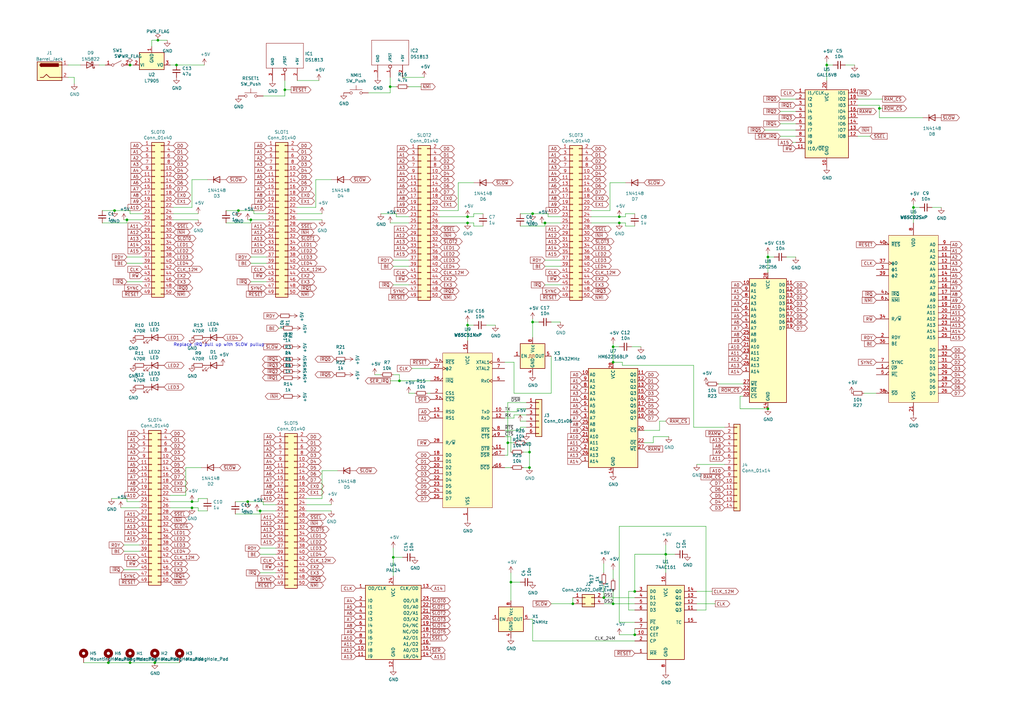
<source format=kicad_sch>
(kicad_sch (version 20211123) (generator eeschema)
  (paper "A3")
  (title_block (title "Planck computer") (date "2023-02-09") (rev "${VERSION}") (company "Six Pixels"))
  (junction (at 101.6 205.74))
  (junction (at 251.46 247.65))
  (junction (at 63.5 271.78))
  (junction (at 116.84 36.83))
  (junction (at 234.95 247.65))
  (junction (at 247.65 245.11))
  (junction (at 97.79 86.36))
  (junction (at 260.35 260.35))
  (junction (at 106.68 209.55))
  (junction (at 209.55 238.76))
  (junction (at 44.45 271.78))
  (junction (at 102.87 90.17))
  (junction (at 72.39 26.67))
  (junction (at 218.44 132.08))
  (junction (at 374.65 85.09))
  (junction (at 163.83 156.21))
  (junction (at 251.46 148.59))
  (junction (at 53.34 271.78))
  (junction (at 64.77 16.51))
  (junction (at 314.96 105.41))
  (junction (at 208.28 181.61))
  (junction (at 78.74 208.28))
  (junction (at 314.96 167.64))
  (junction (at 251.46 142.24))
  (junction (at 46.99 86.36))
  (junction (at 161.29 228.6))
  (junction (at 191.77 91.44))
  (junction (at 78.74 205.74))
  (junction (at 217.17 191.77))
  (junction (at 223.52 91.44))
  (junction (at 273.05 227.33))
  (junction (at 360.68 44.45))
  (junction (at 339.09 26.67))
  (junction (at 217.17 185.42))
  (junction (at 191.77 133.35))
  (junction (at 260.35 242.57))
  (junction (at 53.34 26.67))
  (junction (at 191.77 88.9))
  (junction (at 254 91.44))
  (junction (at 160.02 35.56))
  (junction (at 52.07 90.17))
  (junction (at 218.44 87.63))
  (junction (at 254 88.9))
  (wire (pts (xy 41.91 91.44) (xy 52.07 91.44)))
  (wire (pts (xy 256.54 91.44) (xy 254 91.44)))
  (wire (pts (xy 326.39 105.41) (xy 322.58 105.41)))
  (wire (pts (xy 210.82 170.18) (xy 210.82 171.45)))
  (wire (pts (xy 257.81 250.19) (xy 257.81 242.57)))
  (wire (pts (xy 285.75 247.65) (xy 293.37 247.65)))
  (wire (pts (xy 273.05 172.72) (xy 270.51 172.72)))
  (wire (pts (xy 210.82 148.59) (xy 207.01 148.59)))
  (wire (pts (xy 165.1 228.6) (xy 161.29 228.6)))
  (wire (pts (xy 63.5 271.78) (xy 53.34 271.78)))
  (wire (pts (xy 116.84 36.83) (xy 119.38 36.83)))
  (wire (pts (xy 326.39 58.42) (xy 325.12 58.42)))
  (wire (pts (xy 50.8 226.06) (xy 57.15 226.06)))
  (wire (pts (xy 254 215.9) (xy 254 255.27)))
  (wire (pts (xy 284.48 149.86) (xy 255.27 149.86)))
  (wire (pts (xy 116.84 39.37) (xy 107.95 39.37)))
  (wire (pts (xy 339.09 26.67) (xy 339.09 25.4)))
  (wire (pts (xy 209.55 191.77) (xy 207.01 191.77)))
  (wire (pts (xy 214.63 185.42) (xy 217.17 185.42)))
  (wire (pts (xy 132.08 87.63) (xy 121.92 87.63)))
  (wire (pts (xy 121.92 33.02) (xy 130.81 33.02)))
  (wire (pts (xy 285.75 250.19) (xy 289.56 250.19)))
  (wire (pts (xy 276.86 227.33) (xy 273.05 227.33)))
  (wire (pts (xy 81.28 204.47) (xy 85.09 204.47)))
  (wire (pts (xy 270.51 176.53) (xy 264.16 176.53)))
  (wire (pts (xy 223.52 91.44) (xy 222.25 91.44)))
  (wire (pts (xy 132.08 90.17) (xy 121.92 90.17)))
  (wire (pts (xy 229.87 91.44) (xy 223.52 91.44)))
  (wire (pts (xy 81.28 90.17) (xy 71.12 90.17)))
  (wire (pts (xy 163.83 153.67) (xy 163.83 156.21)))
  (wire (pts (xy 361.95 40.64) (xy 351.79 40.64)))
  (wire (pts (xy 187.96 86.36) (xy 180.34 86.36)))
  (wire (pts (xy 254 91.44) (xy 242.57 91.44)))
  (wire (pts (xy 207.01 176.53) (xy 213.36 176.53)))
  (wire (pts (xy 132.08 204.47) (xy 125.73 204.47)))
  (wire (pts (xy 27.94 26.67) (xy 33.02 26.67)))
  (wire (pts (xy 107.95 207.01) (xy 113.03 207.01)))
  (wire (pts (xy 30.48 31.75) (xy 27.94 31.75)))
  (wire (pts (xy 217.17 191.77) (xy 214.63 191.77)))
  (wire (pts (xy 81.28 209.55) (xy 81.28 208.28)))
  (wire (pts (xy 386.08 85.09) (xy 382.27 85.09)))
  (wire (pts (xy 163.83 156.21) (xy 160.02 156.21)))
  (wire (pts (xy 52.07 107.95) (xy 58.42 107.95)))
  (wire (pts (xy 194.31 88.9) (xy 194.31 87.63)))
  (wire (pts (xy 176.53 161.29) (xy 175.26 161.29)))
  (wire (pts (xy 289.56 215.9) (xy 289.56 250.19)))
  (wire (pts (xy 260.35 250.19) (xy 257.81 250.19)))
  (wire (pts (xy 209.55 238.76) (xy 209.55 234.95)))
  (wire (pts (xy 229.87 132.08) (xy 226.06 132.08)))
  (wire (pts (xy 267.97 179.07) (xy 267.97 181.61)))
  (wire (pts (xy 361.95 44.45) (xy 360.68 44.45)))
  (wire (pts (xy 350.52 26.67) (xy 346.71 26.67)))
  (wire (pts (xy 260.35 242.57) (xy 260.35 227.33)))
  (wire (pts (xy 217.17 185.42) (xy 217.17 191.77)))
  (wire (pts (xy 194.31 133.35) (xy 191.77 133.35)))
  (wire (pts (xy 215.9 172.72) (xy 213.36 172.72)))
  (wire (pts (xy 106.68 234.95) (xy 113.03 234.95)))
  (wire (pts (xy 210.82 171.45) (xy 207.01 171.45)))
  (wire (pts (xy 220.98 132.08) (xy 218.44 132.08)))
  (wire (pts (xy 49.53 208.28) (xy 57.15 208.28)))
  (wire (pts (xy 102.87 91.44) (xy 102.87 90.17)))
  (wire (pts (xy 251.46 242.57) (xy 251.46 247.65)))
  (wire (pts (xy 106.68 209.55) (xy 105.41 209.55)))
  (wire (pts (xy 107.95 205.74) (xy 101.6 205.74)))
  (wire (pts (xy 72.39 26.67) (xy 83.82 26.67)))
  (wire (pts (xy 218.44 254) (xy 218.44 262.89)))
  (wire (pts (xy 262.89 142.24) (xy 259.08 142.24)))
  (wire (pts (xy 52.07 105.41) (xy 58.42 105.41)))
  (wire (pts (xy 303.53 167.64) (xy 314.96 167.64)))
  (wire (pts (xy 176.53 156.21) (xy 163.83 156.21)))
  (wire (pts (xy 208.28 165.1) (xy 215.9 165.1)))
  (wire (pts (xy 260.35 227.33) (xy 273.05 227.33)))
  (wire (pts (xy 96.52 205.74) (xy 101.6 205.74)))
  (wire (pts (xy 162.56 87.63) (xy 156.21 87.63)))
  (wire (pts (xy 162.56 88.9) (xy 167.64 88.9)))
  (wire (pts (xy 217.17 254) (xy 218.44 254)))
  (wire (pts (xy 209.55 179.07) (xy 207.01 179.07)))
  (wire (pts (xy 224.79 88.9) (xy 229.87 88.9)))
  (wire (pts (xy 256.54 88.9) (xy 256.54 87.63)))
  (wire (pts (xy 226.06 161.29) (xy 210.82 161.29)))
  (wire (pts (xy 96.52 210.82) (xy 106.68 210.82)))
  (wire (pts (xy 160.02 35.56) (xy 160.02 38.1)))
  (wire (pts (xy 303.53 162.56) (xy 304.8 162.56)))
  (wire (pts (xy 73.66 271.78) (xy 63.5 271.78)))
  (wire (pts (xy 203.2 133.35) (xy 199.39 133.35)))
  (wire (pts (xy 289.56 215.9) (xy 254 215.9)))
  (wire (pts (xy 213.36 92.71) (xy 223.52 92.71)))
  (wire (pts (xy 360.68 48.26) (xy 360.68 44.45)))
  (wire (pts (xy 260.35 245.11) (xy 247.65 245.11)))
  (wire (pts (xy 251.46 233.68) (xy 251.46 237.49)))
  (wire (pts (xy 212.09 168.91) (xy 207.01 168.91)))
  (wire (pts (xy 257.81 242.57) (xy 260.35 242.57)))
  (wire (pts (xy 135.89 207.01) (xy 125.73 207.01)))
  (wire (pts (xy 191.77 133.35) (xy 191.77 132.08)))
  (wire (pts (xy 274.32 179.07) (xy 267.97 179.07)))
  (wire (pts (xy 53.34 271.78) (xy 44.45 271.78)))
  (wire (pts (xy 297.18 190.5) (xy 285.75 190.5)))
  (wire (pts (xy 317.5 105.41) (xy 314.96 105.41)))
  (wire (pts (xy 30.48 34.29) (xy 30.48 31.75)))
  (wire (pts (xy 360.68 48.26) (xy 378.46 48.26)))
  (wire (pts (xy 251.46 148.59) (xy 251.46 142.24)))
  (wire (pts (xy 356.87 55.88) (xy 351.79 55.88)))
  (wire (pts (xy 161.29 153.67) (xy 163.83 153.67)))
  (wire (pts (xy 213.36 238.76) (xy 209.55 238.76)))
  (wire (pts (xy 209.55 179.07) (xy 209.55 185.42)))
  (wire (pts (xy 223.52 106.68) (xy 229.87 106.68)))
  (wire (pts (xy 165.1 31.75) (xy 173.99 31.75)))
  (wire (pts (xy 255.27 148.59) (xy 251.46 148.59)))
  (wire (pts (xy 50.8 233.68) (xy 57.15 233.68)))
  (wire (pts (xy 78.74 208.28) (xy 69.85 208.28)))
  (wire (pts (xy 76.2 191.77) (xy 76.2 203.2)))
  (wire (pts (xy 52.07 205.74) (xy 57.15 205.74)))
  (wire (pts (xy 53.34 87.63) (xy 58.42 87.63)))
  (wire (pts (xy 52.07 90.17) (xy 50.8 90.17)))
  (wire (pts (xy 210.82 161.29) (xy 210.82 148.59)))
  (wire (pts (xy 250.19 86.36) (xy 242.57 86.36)))
  (wire (pts (xy 113.03 209.55) (xy 106.68 209.55)))
  (wire (pts (xy 160.02 35.56) (xy 162.56 35.56)))
  (wire (pts (xy 284.48 175.26) (xy 284.48 149.86)))
  (wire (pts (xy 360.68 43.18) (xy 351.79 43.18)))
  (wire (pts (xy 234.95 247.65) (xy 234.95 245.11)))
  (wire (pts (xy 85.09 73.66) (xy 78.74 73.66)))
  (wire (pts (xy 52.07 91.44) (xy 52.07 90.17)))
  (wire (pts (xy 161.29 109.22) (xy 167.64 109.22)))
  (wire (pts (xy 78.74 85.09) (xy 71.12 85.09)))
  (wire (pts (xy 213.36 175.26) (xy 213.36 176.53)))
  (wire (pts (xy 116.84 33.02) (xy 116.84 36.83)))
  (wire (pts (xy 215.9 167.64) (xy 212.09 167.64)))
  (wire (pts (xy 191.77 88.9) (xy 194.31 88.9)))
  (wire (pts (xy 102.87 115.57) (xy 109.22 115.57)))
  (wire (pts (xy 156.21 153.67) (xy 153.67 153.67)))
  (wire (pts (xy 76.2 203.2) (xy 69.85 203.2)))
  (wire (pts (xy 52.07 205.74) (xy 52.07 204.47)))
  (wire (pts (xy 52.07 204.47) (xy 45.72 204.47)))
  (wire (pts (xy 223.52 116.84) (xy 229.87 116.84)))
  (wire (pts (xy 256.54 87.63) (xy 260.35 87.63)))
  (wire (pts (xy 160.02 91.44) (xy 167.64 91.44)))
  (wire (pts (xy 215.9 175.26) (xy 213.36 175.26)))
  (wire (pts (xy 210.82 181.61) (xy 208.28 181.61)))
  (wire (pts (xy 129.54 73.66) (xy 129.54 85.09)))
  (wire (pts (xy 260.35 260.35) (xy 254 260.35)))
  (wire (pts (xy 226.06 247.65) (xy 234.95 247.65)))
  (wire (pts (xy 102.87 107.95) (xy 109.22 107.95)))
  (wire (pts (xy 104.14 86.36) (xy 97.79 86.36)))
  (wire (pts (xy 92.71 86.36) (xy 97.79 86.36)))
  (wire (pts (xy 226.06 146.05) (xy 226.06 161.29)))
  (wire (pts (xy 224.79 87.63) (xy 218.44 87.63)))
  (wire (pts (xy 40.64 26.67) (xy 43.18 26.67)))
  (wire (pts (xy 116.84 36.83) (xy 116.84 39.37)))
  (wire (pts (xy 72.39 26.67) (xy 69.85 26.67)))
  (wire (pts (xy 44.45 271.78) (xy 34.29 271.78)))
  (wire (pts (xy 223.52 92.71) (xy 223.52 91.44)))
  (wire (pts (xy 374.65 91.44) (xy 374.65 85.09)))
  (wire (pts (xy 82.55 191.77) (xy 76.2 191.77)))
  (wire (pts (xy 255.27 149.86) (xy 255.27 148.59)))
  (wire (pts (xy 102.87 90.17) (xy 101.6 90.17)))
  (wire (pts (xy 256.54 92.71) (xy 256.54 91.44)))
  (wire (pts (xy 294.64 157.48) (xy 304.8 157.48)))
  (wire (pts (xy 160.02 38.1) (xy 151.13 38.1)))
  (wire (pts (xy 212.09 167.64) (xy 212.09 168.91)))
  (wire (pts (xy 247.65 231.14) (xy 247.65 234.95)))
  (wire (pts (xy 50.8 223.52) (xy 57.15 223.52)))
  (wire (pts (xy 104.14 87.63) (xy 104.14 86.36)))
  (wire (pts (xy 256.54 74.93) (xy 250.19 74.93)))
  (wire (pts (xy 135.89 209.55) (xy 125.73 209.55)))
  (wire (pts (xy 326.39 45.72) (xy 320.04 45.72)))
  (wire (pts (xy 273.05 234.95) (xy 273.05 227.33)))
  (wire (pts (xy 339.09 33.02) (xy 339.09 26.67)))
  (wire (pts (xy 254 142.24) (xy 251.46 142.24)))
  (wire (pts (xy 102.87 105.41) (xy 109.22 105.41)))
  (wire (pts (xy 320.04 55.88) (xy 326.39 55.88)))
  (wire (pts (xy 218.44 138.43) (xy 218.44 132.08)))
  (wire (pts (xy 254 88.9) (xy 256.54 88.9)))
  (wire (pts (xy 254 255.27) (xy 260.35 255.27)))
  (wire (pts (xy 106.68 227.33) (xy 113.03 227.33)))
  (wire (pts (xy 251.46 142.24) (xy 251.46 140.97)))
  (wire (pts (xy 314.96 111.76) (xy 314.96 105.41)))
  (wire (pts (xy 314.96 105.41) (xy 314.96 104.14)))
  (wire (pts (xy 191.77 91.44) (xy 194.31 91.44)))
  (wire (pts (xy 62.23 16.51) (xy 62.23 19.05)))
  (wire (pts (xy 106.68 224.79) (xy 113.03 224.79)))
  (wire (pts (xy 92.71 91.44) (xy 102.87 91.44)))
  (wire (pts (xy 215.9 170.18) (xy 210.82 170.18)))
  (wire (pts (xy 207.01 186.69) (xy 208.28 186.69)))
  (wire (pts (xy 114.3 134.62) (xy 115.57 134.62)))
  (wire (pts (xy 360.68 44.45) (xy 360.68 43.18)))
  (wire (pts (xy 247.65 247.65) (xy 251.46 247.65)))
  (wire (pts (xy 81.28 205.74) (xy 81.28 204.47)))
  (wire (pts (xy 292.1 242.57) (xy 285.75 242.57)))
  (wire (pts (xy 215.9 181.61) (xy 217.17 181.61)))
  (wire (pts (xy 85.09 209.55) (xy 81.28 209.55)))
  (wire (pts (xy 341.63 26.67) (xy 339.09 26.67)))
  (wire (pts (xy 194.31 87.63) (xy 198.12 87.63)))
  (wire (pts (xy 161.29 106.68) (xy 167.64 106.68)))
  (wire (pts (xy 374.65 85.09) (xy 374.65 83.82)))
  (wire (pts (xy 326.39 53.34) (xy 313.69 53.34)))
  (wire (pts (xy 326.39 50.8) (xy 320.04 50.8)))
  (wire (pts (xy 106.68 210.82) (xy 106.68 209.55)))
  (wire (pts (xy 109.22 90.17) (xy 102.87 90.17)))
  (wire (pts (xy 191.77 88.9) (xy 180.34 88.9)))
  (wire (pts (xy 64.77 16.51) (xy 62.23 16.51)))
  (wire (pts (xy 213.36 87.63) (xy 218.44 87.63)))
  (wire (pts (xy 208.28 181.61) (xy 208.28 186.69)))
  (wire (pts (xy 260.35 260.35) (xy 260.35 257.81)))
  (wire (pts (xy 209.55 246.38) (xy 209.55 238.76)))
  (wire (pts (xy 223.52 109.22) (xy 229.87 109.22)))
  (wire (pts (xy 81.28 208.28) (xy 78.74 208.28)))
  (wire (pts (xy 52.07 115.57) (xy 58.42 115.57)))
  (wire (pts (xy 191.77 91.44) (xy 180.34 91.44)))
  (wire (pts (xy 78.74 73.66) (xy 78.74 85.09)))
  (wire (pts (xy 194.31 74.93) (xy 187.96 74.93)))
  (wire (pts (xy 273.05 227.33) (xy 273.05 223.52)))
  (wire (pts (xy 224.79 88.9) (xy 224.79 87.63)))
  (wire (pts (xy 170.18 161.29) (xy 167.64 161.29)))
  (wire (pts (xy 161.29 228.6) (xy 161.29 224.79)))
  (wire (pts (xy 194.31 92.71) (xy 198.12 92.71)))
  (wire (pts (xy 53.34 87.63) (xy 53.34 86.36)))
  (wire (pts (xy 162.56 88.9) (xy 162.56 87.63)))
  (wire (pts (xy 78.74 205.74) (xy 81.28 205.74)))
  (wire (pts (xy 191.77 139.7) (xy 191.77 133.35)))
  (wire (pts (xy 250.19 74.93) (xy 250.19 86.36)))
  (wire (pts (xy 161.29 236.22) (xy 161.29 228.6)))
  (wire (pts (xy 53.34 86.36) (xy 46.99 86.36)))
  (wire (pts (xy 78.74 205.74) (xy 69.85 205.74)))
  (wire (pts (xy 176.53 151.13) (xy 168.91 151.13)))
  (wire (pts (xy 132.08 193.04) (xy 132.08 204.47)))
  (wire (pts (xy 161.29 116.84) (xy 167.64 116.84)))
  (wire (pts (xy 208.28 165.1) (xy 208.28 181.61)))
  (wire (pts (xy 359.41 161.29) (xy 354.33 161.29)))
  (wire (pts (xy 81.28 87.63) (xy 71.12 87.63)))
  (wire (pts (xy 160.02 31.75) (xy 160.02 35.56)))
  (wire (pts (xy 303.53 167.64) (xy 303.53 162.56)))
  (wire (pts (xy 129.54 85.09) (xy 121.92 85.09)))
  (wire (pts (xy 218.44 132.08) (xy 218.44 130.81)))
  (wire (pts (xy 41.91 86.36) (xy 46.99 86.36)))
  (wire (pts (xy 270.51 172.72) (xy 270.51 176.53)))
  (wire (pts (xy 138.43 193.04) (xy 132.08 193.04)))
  (wire (pts (xy 172.72 35.56) (xy 167.64 35.56)))
  (wire (pts (xy 260.35 92.71) (xy 256.54 92.71)))
  (wire (pts (xy 104.14 87.63) (xy 109.22 87.63)))
  (wire (pts (xy 267.97 181.61) (xy 264.16 181.61)))
  (wire (pts (xy 251.46 247.65) (xy 260.35 247.65)))
  (wire (pts (xy 254 88.9) (xy 242.57 88.9)))
  (wire (pts (xy 377.19 85.09) (xy 374.65 85.09)))
  (wire (pts (xy 68.58 16.51) (xy 64.77 16.51)))
  (wire (pts (xy 297.18 175.26) (xy 284.48 175.26)))
  (wire (pts (xy 107.95 207.01) (xy 107.95 205.74)))
  (wire (pts (xy 58.42 90.17) (xy 52.07 90.17)))
  (wire (pts (xy 187.96 74.93) (xy 187.96 86.36)))
  (wire (pts (xy 194.31 91.44) (xy 194.31 92.71)))
  (wire (pts (xy 218.44 262.89) (xy 260.35 262.89)))
  (wire (pts (xy 135.89 73.66) (xy 129.54 73.66)))
  (wire (pts (xy 53.34 26.67) (xy 54.61 26.67)))
  (wire (pts (xy 217.17 181.61) (xy 217.17 185.42)))
  (wire (pts (xy 326.39 40.64) (xy 320.04 40.64)))
  (wire (pts (xy 247.65 240.03) (xy 247.65 245.11)))
  (text "Replace IRQ pull up with SLOW pullup" (at 71.12 142.24 0) (effects (font (size 1.27 1.27)) (justify left bottom)))
  (label "TX" (at 207.01 168.91 0))
  (label "~{DSR}" (at 209.55 165.1 0))
  (label "~{CTS}" (at 207.01 179.07 0))
  (label "RX" (at 207.01 171.45 0))
  (label "DS1" (at 247.65 245.11 0))
  (label "CLK_24M" (at 243.84 262.89 0))
  (label "DS2" (at 247.65 247.65 0))
  (label "~{RTS}" (at 207.01 176.53 0))
  (global_label "A4" (shape input) (at 229.87 71.12 180) (property "Intersheet References" "${INTERSHEET_REFS}" (effects hide)))
  (global_label "A10" (shape input) (at 146.05 261.62 180) (property "Intersheet References" "${INTERSHEET_REFS}" (effects hide)))
  (global_label "CLK_12M" (shape bidirectional) (at 125.73 229.87 0) (property "Intersheet References" "${INTERSHEET_REFS}" (effects hide)))
  (global_label "RDY" (shape input) (at 106.68 224.79 180) (property "Intersheet References" "${INTERSHEET_REFS}" (effects hide)))
  (global_label "A15" (shape input) (at 113.03 222.25 180) (property "Intersheet References" "${INTERSHEET_REFS}" (effects hide)))
  (global_label "~{SSEL}" (shape bidirectional) (at 242.57 93.98 0) (property "Intersheet References" "${INTERSHEET_REFS}" (effects hide)))
  (global_label "A9" (shape input) (at 238.76 176.53 180) (property "Intersheet References" "${INTERSHEET_REFS}" (effects hide)))
  (global_label "~{INH}" (shape bidirectional) (at 180.34 96.52 0) (property "Intersheet References" "${INTERSHEET_REFS}" (effects hide)))
  (global_label "D2" (shape bidirectional) (at 242.57 66.04 0) (property "Intersheet References" "${INTERSHEET_REFS}" (effects hide)))
  (global_label "LED2" (shape bidirectional) (at 67.31 149.86 0) (property "Intersheet References" "${INTERSHEET_REFS}" (effects hide)))
  (global_label "A1" (shape input) (at 238.76 156.21 180) (property "Intersheet References" "${INTERSHEET_REFS}" (effects hide)))
  (global_label "A5" (shape input) (at 304.8 129.54 180) (property "Intersheet References" "${INTERSHEET_REFS}" (effects hide)))
  (global_label "A13" (shape input) (at 113.03 217.17 180) (property "Intersheet References" "${INTERSHEET_REFS}" (effects hide)))
  (global_label "A0" (shape input) (at 109.22 59.69 180) (property "Intersheet References" "${INTERSHEET_REFS}" (effects hide)))
  (global_label "EX2" (shape bidirectional) (at 125.73 232.41 0) (property "Intersheet References" "${INTERSHEET_REFS}" (effects hide)))
  (global_label "D2" (shape bidirectional) (at 176.53 191.77 180) (property "Intersheet References" "${INTERSHEET_REFS}" (effects hide)))
  (global_label "D7" (shape bidirectional) (at 242.57 78.74 0) (property "Intersheet References" "${INTERSHEET_REFS}" (effects hide)))
  (global_label "LED3" (shape bidirectional) (at 242.57 106.68 0) (property "Intersheet References" "${INTERSHEET_REFS}" (effects hide)))
  (global_label "A14" (shape input) (at 229.87 101.6 180) (property "Intersheet References" "${INTERSHEET_REFS}" (effects hide)))
  (global_label "LED4" (shape bidirectional) (at 71.12 107.95 0) (property "Intersheet References" "${INTERSHEET_REFS}" (effects hide)))
  (global_label "A14" (shape input) (at 58.42 100.33 180) (property "Intersheet References" "${INTERSHEET_REFS}" (effects hide)))
  (global_label "A11" (shape output) (at 389.89 128.27 0) (property "Intersheet References" "${INTERSHEET_REFS}" (effects hide)))
  (global_label "A7" (shape input) (at 304.8 134.62 180) (property "Intersheet References" "${INTERSHEET_REFS}" (effects hide)))
  (global_label "~{SLOW}" (shape bidirectional) (at 90.17 191.77 0) (property "Intersheet References" "${INTERSHEET_REFS}" (effects hide)))
  (global_label "A5" (shape input) (at 229.87 73.66 180) (property "Intersheet References" "${INTERSHEET_REFS}" (effects hide)))
  (global_label "A10" (shape input) (at 113.03 204.47 180) (property "Intersheet References" "${INTERSHEET_REFS}" (effects hide)))
  (global_label "A0" (shape input) (at 57.15 177.8 180) (property "Intersheet References" "${INTERSHEET_REFS}" (effects hide)))
  (global_label "~{IRQ}" (shape output) (at 351.79 38.1 0) (property "Intersheet References" "${INTERSHEET_REFS}" (effects hide)))
  (global_label "RDY" (shape input) (at 223.52 106.68 180) (property "Intersheet References" "${INTERSHEET_REFS}" (effects hide)))
  (global_label "~{RESET}" (shape input) (at 229.87 121.92 180) (property "Intersheet References" "${INTERSHEET_REFS}" (effects hide)))
  (global_label "D7" (shape bidirectional) (at 180.34 78.74 0) (property "Intersheet References" "${INTERSHEET_REFS}" (effects hide)))
  (global_label "A12" (shape input) (at 229.87 96.52 180) (property "Intersheet References" "${INTERSHEET_REFS}" (effects hide)))
  (global_label "R~{W}" (shape input) (at 229.87 114.3 180) (property "Intersheet References" "${INTERSHEET_REFS}" (effects hide)))
  (global_label "A5" (shape input) (at 113.03 191.77 180) (property "Intersheet References" "${INTERSHEET_REFS}" (effects hide)))
  (global_label "A4" (shape input) (at 238.76 163.83 180) (property "Intersheet References" "${INTERSHEET_REFS}" (effects hide)))
  (global_label "~{IRQ}" (shape input) (at 102.87 115.57 180) (property "Intersheet References" "${INTERSHEET_REFS}" (effects hide)))
  (global_label "~{IRQ1}" (shape bidirectional) (at 115.57 154.94 180) (property "Intersheet References" "${INTERSHEET_REFS}" (effects hide)))
  (global_label "CLK" (shape input) (at 113.03 229.87 180) (property "Intersheet References" "${INTERSHEET_REFS}" (effects hide)))
  (global_label "BE" (shape input) (at 359.41 140.97 180) (property "Intersheet References" "${INTERSHEET_REFS}" (effects hide)))
  (global_label "~{IRQ}" (shape input) (at 223.52 116.84 180) (property "Intersheet References" "${INTERSHEET_REFS}" (effects hide)))
  (global_label "CLK_12M" (shape bidirectional) (at 69.85 228.6 0) (property "Intersheet References" "${INTERSHEET_REFS}" (effects hide)))
  (global_label "~{RAM_CS}" (shape input) (at 297.18 195.58 180) (property "Intersheet References" "${INTERSHEET_REFS}" (effects hide)))
  (global_label "~{IRQ}" (shape input) (at 161.29 116.84 180) (property "Intersheet References" "${INTERSHEET_REFS}" (effects hide)))
  (global_label "A6" (shape input) (at 57.15 193.04 180) (property "Intersheet References" "${INTERSHEET_REFS}" (effects hide)))
  (global_label "A2" (shape input) (at 229.87 66.04 180) (property "Intersheet References" "${INTERSHEET_REFS}" (effects hide)))
  (global_label "A8" (shape input) (at 167.64 81.28 180) (property "Intersheet References" "${INTERSHEET_REFS}" (effects hide)))
  (global_label "D7" (shape bidirectional) (at 297.18 198.12 180) (property "Intersheet References" "${INTERSHEET_REFS}" (effects hide)))
  (global_label "D4" (shape bidirectional) (at 325.12 127 0) (property "Intersheet References" "${INTERSHEET_REFS}" (effects hide)))
  (global_label "A15" (shape input) (at 325.12 58.42 180) (property "Intersheet References" "${INTERSHEET_REFS}" (effects hide)))
  (global_label "D5" (shape bidirectional) (at 71.12 72.39 0) (property "Intersheet References" "${INTERSHEET_REFS}" (effects hide)))
  (global_label "A12" (shape input) (at 238.76 184.15 180) (property "Intersheet References" "${INTERSHEET_REFS}" (effects hide)))
  (global_label "A6" (shape input) (at 229.87 76.2 180) (property "Intersheet References" "${INTERSHEET_REFS}" (effects hide)))
  (global_label "~{NMI}" (shape bidirectional) (at 69.85 238.76 0) (property "Intersheet References" "${INTERSHEET_REFS}" (effects hide)))
  (global_label "~{INH}" (shape bidirectional) (at 69.85 213.36 0) (property "Intersheet References" "${INTERSHEET_REFS}" (effects hide)))
  (global_label "A12" (shape input) (at 57.15 213.36 180) (property "Intersheet References" "${INTERSHEET_REFS}" (effects hide)))
  (global_label "~{SLOW}" (shape bidirectional) (at 146.05 193.04 0) (property "Intersheet References" "${INTERSHEET_REFS}" (effects hide)))
  (global_label "A12" (shape input) (at 109.22 95.25 180) (property "Intersheet References" "${INTERSHEET_REFS}" (effects hide)))
  (global_label "A7" (shape input) (at 57.15 195.58 180) (property "Intersheet References" "${INTERSHEET_REFS}" (effects hide)))
  (global_label "D4" (shape bidirectional) (at 69.85 187.96 0) (property "Intersheet References" "${INTERSHEET_REFS}" (effects hide)))
  (global_label "D4" (shape bidirectional) (at 121.92 69.85 0) (property "Intersheet References" "${INTERSHEET_REFS}" (effects hide)))
  (global_label "D7" (shape bidirectional) (at 125.73 196.85 0) (property "Intersheet References" "${INTERSHEET_REFS}" (effects hide)))
  (global_label "D3" (shape bidirectional) (at 180.34 68.58 0) (property "Intersheet References" "${INTERSHEET_REFS}" (effects hide)))
  (global_label "A0" (shape input) (at 167.64 60.96 180) (property "Intersheet References" "${INTERSHEET_REFS}" (effects hide)))
  (global_label "~{RAMW}" (shape input) (at 297.18 177.8 180) (property "Intersheet References" "${INTERSHEET_REFS}" (effects hide)))
  (global_label "~{SLOW}" (shape bidirectional) (at 201.93 74.93 0) (property "Intersheet References" "${INTERSHEET_REFS}" (effects hide)))
  (global_label "A7" (shape input) (at 229.87 78.74 180) (property "Intersheet References" "${INTERSHEET_REFS}" (effects hide)))
  (global_label "D3" (shape bidirectional) (at 121.92 67.31 0) (property "Intersheet References" "${INTERSHEET_REFS}" (effects hide)))
  (global_label "A12" (shape input) (at 113.03 214.63 180) (property "Intersheet References" "${INTERSHEET_REFS}" (effects hide)))
  (global_label "LED2" (shape bidirectional) (at 121.92 102.87 0) (property "Intersheet References" "${INTERSHEET_REFS}" (effects hide)))
  (global_label "A15" (shape input) (at 109.22 102.87 180) (property "Intersheet References" "${INTERSHEET_REFS}" (effects hide)))
  (global_label "D3" (shape bidirectional) (at 264.16 161.29 0) (property "Intersheet References" "${INTERSHEET_REFS}" (effects hide)))
  (global_label "~{NMI}" (shape bidirectional) (at 71.12 120.65 0) (property "Intersheet References" "${INTERSHEET_REFS}" (effects hide)))
  (global_label "D6" (shape bidirectional) (at 325.12 132.08 0) (property "Intersheet References" "${INTERSHEET_REFS}" (effects hide)))
  (global_label "~{NMI}" (shape bidirectional) (at 242.57 121.92 0) (property "Intersheet References" "${INTERSHEET_REFS}" (effects hide)))
  (global_label "A14" (shape input) (at 238.76 189.23 180) (property "Intersheet References" "${INTERSHEET_REFS}" (effects hide)))
  (global_label "~{INH}" (shape bidirectional) (at 125.73 214.63 0) (property "Intersheet References" "${INTERSHEET_REFS}" (effects hide)))
  (global_label "A7" (shape input) (at 146.05 254 180) (property "Intersheet References" "${INTERSHEET_REFS}" (effects hide)))
  (global_label "A7" (shape input) (at 167.64 78.74 180) (property "Intersheet References" "${INTERSHEET_REFS}" (effects hide)))
  (global_label "D0" (shape bidirectional) (at 121.92 59.69 0) (property "Intersheet References" "${INTERSHEET_REFS}" (effects hide)))
  (global_label "BE" (shape input) (at 161.29 109.22 180) (property "Intersheet References" "${INTERSHEET_REFS}" (effects hide)))
  (global_label "A13" (shape input) (at 229.87 99.06 180) (property "Intersheet References" "${INTERSHEET_REFS}" (effects hide)))
  (global_label "LED4" (shape bidirectional) (at 242.57 109.22 0) (property "Intersheet References" "${INTERSHEET_REFS}" (effects hide)))
  (global_label "A3" (shape output) (at 389.89 107.95 0) (property "Intersheet References" "${INTERSHEET_REFS}" (effects hide)))
  (global_label "R~{W}" (shape input) (at 167.64 114.3 180) (property "Intersheet References" "${INTERSHEET_REFS}" (effects hide)))
  (global_label "EX0" (shape bidirectional) (at 242.57 81.28 0) (property "Intersheet References" "${INTERSHEET_REFS}" (effects hide)))
  (global_label "~{IRQ4}" (shape bidirectional) (at 69.85 236.22 0) (property "Intersheet References" "${INTERSHEET_REFS}" (effects hide)))
  (global_label "D7" (shape bidirectional) (at 176.53 204.47 180) (property "Intersheet References" "${INTERSHEET_REFS}" (effects hide)))
  (global_label "A9" (shape input) (at 167.64 83.82 180) (property "Intersheet References" "${INTERSHEET_REFS}" (effects hide)))
  (global_label "D0" (shape bidirectional) (at 69.85 177.8 0) (property "Intersheet References" "${INTERSHEET_REFS}" (effects hide)))
  (global_label "LED1" (shape bidirectional) (at 121.92 100.33 0) (property "Intersheet References" "${INTERSHEET_REFS}" (effects hide)))
  (global_label "EX3" (shape bidirectional) (at 242.57 116.84 0) (property "Intersheet References" "${INTERSHEET_REFS}" (effects hide)))
  (global_label "D3" (shape bidirectional) (at 69.85 185.42 0) (property "Intersheet References" "${INTERSHEET_REFS}" (effects hide)))
  (global_label "RDY" (shape input) (at 52.07 105.41 180) (property "Intersheet References" "${INTERSHEET_REFS}" (effects hide)))
  (global_label "EX1" (shape bidirectional) (at 242.57 83.82 0) (property "Intersheet References" "${INTERSHEET_REFS}" (effects hide)))
  (global_label "A4" (shape input) (at 167.64 71.12 180) (property "Intersheet References" "${INTERSHEET_REFS}" (effects hide)))
  (global_label "LED4" (shape bidirectional) (at 180.34 109.22 0) (property "Intersheet References" "${INTERSHEET_REFS}" (effects hide)))
  (global_label "D0" (shape bidirectional) (at 180.34 60.96 0) (property "Intersheet References" "${INTERSHEET_REFS}" (effects hide)))
  (global_label "A12" (shape input) (at 146.05 266.7 180) (property "Intersheet References" "${INTERSHEET_REFS}" (effects hide)))
  (global_label "A10" (shape input) (at 109.22 85.09 180) (property "Intersheet References" "${INTERSHEET_REFS}" (effects hide)))
  (global_label "A5" (shape input) (at 58.42 72.39 180) (property "Intersheet References" "${INTERSHEET_REFS}" (effects hide)))
  (global_label "D6" (shape bidirectional) (at 180.34 76.2 0) (property "Intersheet References" "${INTERSHEET_REFS}" (effects hide)))
  (global_label "A10" (shape input) (at 57.15 203.2 180) (property "Intersheet References" "${INTERSHEET_REFS}" (effects hide)))
  (global_label "A5" (shape input) (at 238.76 166.37 180) (property "Intersheet References" "${INTERSHEET_REFS}" (effects hide)))
  (global_label "SYNC" (shape input) (at 113.03 237.49 180) (property "Intersheet References" "${INTERSHEET_REFS}" (effects hide)))
  (global_label "~{RESET}" (shape input) (at 167.64 121.92 180) (property "Intersheet References" "${INTERSHEET_REFS}" (effects hide)))
  (global_label "D3" (shape bidirectional) (at 389.89 151.13 0) (property "Intersheet References" "${INTERSHEET_REFS}" (effects hide)))
  (global_label "A8" (shape input) (at 304.8 137.16 180) (property "Intersheet References" "${INTERSHEET_REFS}" (effects hide)))
  (global_label "EX1" (shape bidirectional) (at 121.92 82.55 0) (property "Intersheet References" "${INTERSHEET_REFS}" (effects hide)))
  (global_label "D1" (shape bidirectional) (at 71.12 62.23 0) (property "Intersheet References" "${INTERSHEET_REFS}" (effects hide)))
  (global_label "A3" (shape input) (at 109.22 67.31 180) (property "Intersheet References" "${INTERSHEET_REFS}" (effects hide)))
  (global_label "R~{W}" (shape input) (at 57.15 231.14 180) (property "Intersheet References" "${INTERSHEET_REFS}" (effects hide)))
  (global_label "LED1" (shape bidirectional) (at 180.34 101.6 0) (property "Intersheet References" "${INTERSHEET_REFS}" (effects hide)))
  (global_label "A8" (shape input) (at 109.22 80.01 180) (property "Intersheet References" "${INTERSHEET_REFS}" (effects hide)))
  (global_label "EX2" (shape bidirectional) (at 71.12 113.03 0) (property "Intersheet References" "${INTERSHEET_REFS}" (effects hide)))
  (global_label "A13" (shape input) (at 58.42 97.79 180) (property "Intersheet References" "${INTERSHEET_REFS}" (effects hide)))
  (global_label "D1" (shape bidirectional) (at 242.57 63.5 0) (property "Intersheet References" "${INTERSHEET_REFS}" (effects hide)))
  (global_label "D6" (shape bidirectional) (at 176.53 201.93 180) (property "Intersheet References" "${INTERSHEET_REFS}" (effects hide)))
  (global_label "~{SLOT5}" (shape output) (at 176.53 259.08 0) (property "Intersheet References" "${INTERSHEET_REFS}" (effects hide)))
  (global_label "~{SLOT3}" (shape bidirectional) (at 242.57 99.06 0) (property "Intersheet References" "${INTERSHEET_REFS}" (effects hide)))
  (global_label "~{IRQ}" (shape input) (at 52.07 115.57 180) (property "Intersheet References" "${INTERSHEET_REFS}" (effects hide)))
  (global_label "A9" (shape input) (at 113.03 201.93 180) (property "Intersheet References" "${INTERSHEET_REFS}" (effects hide)))
  (global_label "A15" (shape input) (at 229.87 104.14 180) (property "Intersheet References" "${INTERSHEET_REFS}" (effects hide)))
  (global_label "A9" (shape input) (at 297.18 185.42 180) (property "Intersheet References" "${INTERSHEET_REFS}" (effects hide)))
  (global_label "~{SLOT1}" (shape output) (at 176.53 248.92 0) (property "Intersheet References" "${INTERSHEET_REFS}" (effects hide)))
  (global_label "A8" (shape output) (at 389.89 120.65 0) (property "Intersheet References" "${INTERSHEET_REFS}" (effects hide)))
  (global_label "D3" (shape bidirectional) (at 325.12 124.46 0) (property "Intersheet References" "${INTERSHEET_REFS}" (effects hide)))
  (global_label "D7" (shape bidirectional) (at 264.16 171.45 0) (property "Intersheet References" "${INTERSHEET_REFS}" (effects hide)))
  (global_label "D2" (shape bidirectional) (at 325.12 121.92 0) (property "Intersheet References" "${INTERSHEET_REFS}" (effects hide)))
  (global_label "A7" (shape input) (at 109.22 77.47 180) (property "Intersheet References" "${INTERSHEET_REFS}" (effects hide)))
  (global_label "D2" (shape bidirectional) (at 264.16 158.75 0) (property "Intersheet References" "${INTERSHEET_REFS}" (effects hide)))
  (global_label "A2" (shape input) (at 167.64 66.04 180) (property "Intersheet References" "${INTERSHEET_REFS}" (effects hide)))
  (global_label "D1" (shape bidirectional) (at 264.16 156.21 0) (property "Intersheet References" "${INTERSHEET_REFS}" (effects hide)))
  (global_label "A3" (shape input) (at 229.87 68.58 180) (property "Intersheet References" "${INTERSHEET_REFS}" (effects hide)))
  (global_label "D3" (shape bidirectional) (at 242.57 68.58 0) (property "Intersheet References" "${INTERSHEET_REFS}" (effects hide)))
  (global_label "LED4" (shape bidirectional) (at 69.85 226.06 0) (property "Intersheet References" "${INTERSHEET_REFS}" (effects hide)))
  (global_label "R~{W}" (shape input) (at 359.41 130.81 180) (property "Intersheet References" "${INTERSHEET_REFS}" (effects hide)))
  (global_label "R~{W}" (shape input) (at 109.22 113.03 180) (property "Intersheet References" "${INTERSHEET_REFS}" (effects hide)))
  (global_label "A13" (shape output) (at 389.89 133.35 0) (property "Intersheet References" "${INTERSHEET_REFS}" (effects hide)))
  (global_label "D2" (shape bidirectional) (at 121.92 64.77 0) (property "Intersheet References" "${INTERSHEET_REFS}" (effects hide)))
  (global_label "A1" (shape input) (at 229.87 63.5 180) (property "Intersheet References" "${INTERSHEET_REFS}" (effects hide)))
  (global_label "~{RESET}" (shape input) (at 109.22 120.65 180) (property "Intersheet References" "${INTERSHEET_REFS}" (effects hide)))
  (global_label "A6" (shape input) (at 146.05 251.46 180) (property "Intersheet References" "${INTERSHEET_REFS}" (effects hide)))
  (global_label "A9" (shape input) (at 58.42 82.55 180) (property "Intersheet References" "${INTERSHEET_REFS}" (effects hide)))
  (global_label "A8" (shape input) (at 58.42 80.01 180) (property "Intersheet References" "${INTERSHEET_REFS}" (effects hide)))
  (global_label "LED3" (shape bidirectional) (at 180.34 106.68 0) (property "Intersheet References" "${INTERSHEET_REFS}" (effects hide)))
  (global_label "~{NMI}" (shape bidirectional) (at 125.73 240.03 0) (property "Intersheet References" "${INTERSHEET_REFS}" (effects hide)))
  (global_label "~{IRQ5}" (shape bidirectional) (at 125.73 237.49 0) (property "Intersheet References" "${INTERSHEET_REFS}" (effects hide)))
  (global_label "~{SLOW}" (shape output) (at 386.08 48.26 0) (property "Intersheet References" "${INTERSHEET_REFS}" (effects hide)))
  (global_label "A2" (shape input) (at 58.42 64.77 180) (property "Intersheet References" "${INTERSHEET_REFS}" (effects hide)))
  (global_label "A0" (shape input) (at 229.87 60.96 180) (property "Intersheet References" "${INTERSHEET_REFS}" (effects hide)))
  (global_label "D5" (shape bidirectional) (at 325.12 129.54 0) (property "Intersheet References" "${INTERSHEET_REFS}" (effects hide)))
  (global_label "D0" (shape bidirectional) (at 242.57 60.96 0) (property "Intersheet References" "${INTERSHEET_REFS}" (effects hide)))
  (global_label "CLK" (shape input) (at 58.42 110.49 180) (property "Intersheet References" "${INTERSHEET_REFS}" (effects hide)))
  (global_label "A1" (shape input) (at 57.15 180.34 180) (property "Intersheet References" "${INTERSHEET_REFS}" (effects hide)))
  (global_label "EX0" (shape bidirectional) (at 180.34 81.28 0) (property "Intersheet References" "${INTERSHEET_REFS}" (effects hide)))
  (global_label "A11" (shape input) (at 167.64 93.98 180) (property "Intersheet References" "${INTERSHEET_REFS}" (effects hide)))
  (global_label "A0" (shape output) (at 389.89 100.33 0) (property "Intersheet References" "${INTERSHEET_REFS}" (effects hide)))
  (global_label "R~{W}" (shape input) (at 58.42 113.03 180) (property "Intersheet References" "${INTERSHEET_REFS}" (effects hide)))
  (global_label "A14" (shape input) (at 167.64 101.6 180) (property "Intersheet References" "${INTERSHEET_REFS}" (effects hide)))
  (global_label "LED1" (shape bidirectional) (at 67.31 138.43 0) (property "Intersheet References" "${INTERSHEET_REFS}" (effects hide)))
  (global_label "D6" (shape bidirectional) (at 69.85 193.04 0) (property "Intersheet References" "${INTERSHEET_REFS}" (effects hide)))
  (global_label "CLK" (shape input) (at 168.91 151.13 180) (property "Intersheet References" "${INTERSHEET_REFS}" (effects hide)))
  (global_label "A9" (shape input) (at 57.15 200.66 180) (property "Intersheet References" "${INTERSHEET_REFS}" (effects hide)))
  (global_label "A11" (shape input) (at 113.03 212.09 180) (property "Intersheet References" "${INTERSHEET_REFS}" (effects hide)))
  (global_label "A6" (shape input) (at 113.03 194.31 180) (property "Intersheet References" "${INTERSHEET_REFS}" (effects hide)))
  (global_label "RDY" (shape input) (at 359.41 138.43 180) (property "Intersheet References" "${INTERSHEET_REFS}" (effects hide)))
  (global_label "CLK" (shape input) (at 359.41 107.95 180) (property "Intersheet References" "${INTERSHEET_REFS}" (effects hide)))
  (global_label "~{IRQ3}" (shape bidirectional) (at 115.57 149.86 180) (property "Intersheet References" "${INTERSHEET_REFS}" (effects hide)))
  (global_label "A2" (shape input) (at 304.8 121.92 180) (property "Intersheet References" "${INTERSHEET_REFS}" (effects hide)))
  (global_label "D4" (shape bidirectional) (at 264.16 163.83 0) (property "Intersheet References" "${INTERSHEET_REFS}" (effects hide)))
  (global_label "EX2" (shape bidirectional) (at 180.34 114.3 0) (property "Intersheet References" "${INTERSHEET_REFS}" (effects hide)))
  (global_label "CLK" (shape input) (at 167.64 111.76 180) (property "Intersheet References" "${INTERSHEET_REFS}" (effects hide)))
  (global_label "~{IRQ5}" (shape bidirectional) (at 137.16 153.67 180) (property "Intersheet References" "${INTERSHEET_REFS}" (effects hide)))
  (global_label "D5" (shape bidirectional) (at 121.92 72.39 0) (property "Intersheet References" "${INTERSHEET_REFS}" (effects hide)))
  (global_label "A3" (shape input) (at 57.15 185.42 180) (property "Intersheet References" "${INTERSHEET_REFS}" (effects hide)))
  (global_label "A12" (shape output) (at 389.89 130.81 0) (property "Intersheet References" "${INTERSHEET_REFS}" (effects hide)))
  (global_label "LED1" (shape bidirectional) (at 71.12 100.33 0) (property "Intersheet References" "${INTERSHEET_REFS}" (effects hide)))
  (global_label "LED4" (shape bidirectional) (at 121.92 107.95 0) (property "Intersheet References" "${INTERSHEET_REFS}" (effects hide)))
  (global_label "~{SSEL}" (shape bidirectional) (at 69.85 210.82 0) (property "Intersheet References" "${INTERSHEET_REFS}" (effects hide)))
  (global_label "~{RESET}" (shape output) (at 119.38 36.83 0) (property "Intersheet References" "${INTERSHEET_REFS}" (effects hide)))
  (global_label "A9" (shape input) (at 304.8 139.7 180) (property "Intersheet References" "${INTERSHEET_REFS}" (effects hide)))
  (global_label "D5" (shape bidirectional) (at 176.53 199.39 180) (property "Intersheet References" "${INTERSHEET_REFS}" (effects hide)))
  (global_label "LED2" (shape bidirectional) (at 180.34 104.14 0) (property "Intersheet References" "${INTERSHEET_REFS}" (effects hide)))
  (global_label "BE" (shape input) (at 50.8 226.06 180) (property "Intersheet References" "${INTERSHEET_REFS}" (effects hide)))
  (global_label "A1" (shape input) (at 176.53 171.45 180) (property "Intersheet References" "${INTERSHEET_REFS}" (effects hide)))
  (global_label "A15" (shape input) (at 57.15 220.98 180) (property "Intersheet References" "${INTERSHEET_REFS}" (effects hide)))
  (global_label "D3" (shape bidirectional) (at 176.53 194.31 180) (property "Intersheet References" "${INTERSHEET_REFS}" (effects hide)))
  (global_label "D0" (shape bidirectional) (at 176.53 186.69 180) (property "Intersheet References" "${INTERSHEET_REFS}" (effects hide)))
  (global_label "~{NMI}" (shape input) (at 359.41 123.19 180) (property "Intersheet References" "${INTERSHEET_REFS}" (effects hide)))
  (global_label "A4" (shape input) (at 146.05 246.38 180) (property "Intersheet References" "${INTERSHEET_REFS}" (effects hide)))
  (global_label "LED3" (shape bidirectional) (at 125.73 224.79 0) (property "Intersheet References" "${INTERSHEET_REFS}" (effects hide)))
  (global_label "CLK" (shape input) (at 326.39 38.1 180) (property "Intersheet References" "${INTERSHEET_REFS}" (effects hide)))
  (global_label "A13" (shape input) (at 167.64 99.06 180) (property "Intersheet References" "${INTERSHEET_REFS}" (effects hide)))
  (global_label "D7" (shape bidirectional) (at 71.12 77.47 0) (property "Intersheet References" "${INTERSHEET_REFS}" (effects hide)))
  (global_label "A5" (shape output) (at 389.89 113.03 0) (property "Intersheet References" "${INTERSHEET_REFS}" (effects hide)))
  (global_label "~{SLOT2}" (shape output) (at 176.53 251.46 0) (property "Intersheet References" "${INTERSHEET_REFS}" (effects hide)))
  (global_label "A8" (shape input) (at 229.87 81.28 180) (property "Intersheet References" "${INTERSHEET_REFS}" (effects hide)))
  (global_label "EX0" (shape bidirectional) (at 125.73 199.39 0) (property "Intersheet References" "${INTERSHEET_REFS}" (effects hide)))
  (global_label "~{RESET}" (shape input) (at 58.42 120.65 180) (property "Intersheet References" "${INTERSHEET_REFS}" (effects hide)))
  (global_label "A2" (shape output) (at 389.89 105.41 0) (property "Intersheet References" "${INTERSHEET_REFS}" (effects hide)))
  (global_label "~{IRQ}" (shape input) (at 359.41 120.65 180) (property "Intersheet References" "${INTERSHEET_REFS}" (effects hide)))
  (global_label "RDY" (shape input) (at 102.87 105.41 180) (property "Intersheet References" "${INTERSHEET_REFS}" (effects hide)))
  (global_label "D5" (shape bidirectional) (at 180.34 73.66 0) (property "Intersheet References" "${INTERSHEET_REFS}" (effects hide)))
  (global_label "A7" (shape input) (at 238.76 171.45 180) (property "Intersheet References" "${INTERSHEET_REFS}" (effects hide)))
  (global_label "RDY" (shape input) (at 161.29 106.68 180) (property "Intersheet References" "${INTERSHEET_REFS}" (effects hide)))
  (global_label "A7" (shape output) (at 389.89 118.11 0) (property "Intersheet References" "${INTERSHEET_REFS}" (effects hide)))
  (global_label "D7" (shape bidirectional) (at 389.89 161.29 0) (property "Intersheet References" "${INTERSHEET_REFS}" (effects hide)))
  (global_label "D4" (shape bidirectional) (at 297.18 205.74 180) (property "Intersheet References" "${INTERSHEET_REFS}" (effects hide)))
  (global_label "~{RESET}" (shape input) (at 113.03 240.03 180) (property "Intersheet References" "${INTERSHEET_REFS}" (effects hide)))
  (global_label "BE" (shape input) (at 114.3 134.62 180) (property "Intersheet References" "${INTERSHEET_REFS}" (effects hide)))
  (global_label "A13" (shape input) (at 304.8 149.86 180) (property "Intersheet References" "${INTERSHEET_REFS}" (effects hide)))
  (global_label "EX2" (shape bidirectional) (at 242.57 114.3 0) (property "Intersheet References" "${INTERSHEET_REFS}" (effects hide)))
  (global_label "A1" (shape input) (at 58.42 62.23 180) (property "Intersheet References" "${INTERSHEET_REFS}" (effects hide)))
  (global_label "D3" (shape bidirectional) (at 297.18 208.28 180) (property "Intersheet References" "${INTERSHEET_REFS}" (effects hide)))
  (global_label "~{INH}" (shape bidirectional) (at 115.57 162.56 180) (property "Intersheet References" "${INTERSHEET_REFS}" (effects hide)))
  (global_label "~{SLOT5}" (shape bidirectional) (at 125.73 217.17 0) (property "Intersheet References" "${INTERSHEET_REFS}" (effects hide)))
  (global_label "~{SLOW}" (shape input) (at 115.57 142.24 180) (property "Intersheet References" "${INTERSHEET_REFS}" (effects hide)))
  (global_label "A10" (shape input) (at 238.76 179.07 180) (property "Intersheet References" "${INTERSHEET_REFS}" (effects hide)))
  (global_label "A15" (shape input) (at 176.53 269.24 0) (property "Intersheet References" "${INTERSHEET_REFS}" (effects hide)))
  (global_label "D6" (shape bidirectional) (at 389.89 158.75 0) (property "Intersheet References" "${INTERSHEET_REFS}" (effects hide)))
  (global_label "~{RAM_CS}" (shape output) (at 361.95 40.64 0) (property "Intersheet References" "${INTERSHEET_REFS}" (effects hide)))
  (global_label "~{SSEL}" (shape bidirectional) (at 125.73 212.09 0) (property "Intersheet References" "${INTERSHEET_REFS}" (effects hide)))
  (global_label "D1" (shape bidirectional) (at 325.12 119.38 0) (property "Intersheet References" "${INTERSHEET_REFS}" (effects hide)))
  (global_label "A9" (shape input) (at 146.05 259.08 180) (property "Intersheet References" "${INTERSHEET_REFS}" (effects hide)))
  (global_label "~{RAMW}" (shape output) (at 351.79 45.72 0) (property "Intersheet References" "${INTERSHEET_REFS}" (effects hide)))
  (global_label "D1" (shape bidirectional) (at 389.89 146.05 0) (property "Intersheet References" "${INTERSHEET_REFS}" (effects hide)))
  (global_label "A0" (shape input) (at 238.76 153.67 180) (property "Intersheet References" "${INTERSHEET_REFS}" (effects hide)))
  (global_label "CLK_12M" (shape bidirectional) (at 71.12 110.49 0) (property "Intersheet References" "${INTERSHEET_REFS}" (effects hide)))
  (global_label "A13" (shape input) (at 238.76 186.69 180) (property "Intersheet References" "${INTERSHEET_REFS}" (effects hide)))
  (global_label "~{SSEL}" (shape bidirectional) (at 71.12 92.71 0) (property "Intersheet References" "${INTERSHEET_REFS}" (effects hide)))
  (global_label "D0" (shape bidirectional) (at 389.89 143.51 0) (property "Intersheet References" "${INTERSHEET_REFS}" (effects hide)))
  (global_label "A3" (shape input) (at 113.03 186.69 180) (property "Intersheet References" "${INTERSHEET_REFS}" (effects hide)))
  (global_label "A3" (shape input) (at 304.8 124.46 180) (property "Intersheet References" "${INTERSHEET_REFS}" (effects hide)))
  (global_label "A13" (shape input) (at 109.22 97.79 180) (property "Intersheet References" "${INTERSHEET_REFS}" (effects hide)))
  (global_label "A4" (shape input) (at 58.42 69.85 180) (property "Intersheet References" "${INTERSHEET_REFS}" (effects hide)))
  (global_label "D4" (shape bidirectional) (at 71.12 69.85 0) (property "Intersheet References" "${INTERSHEET_REFS}" (effects hide)))
  (global_label "~{RESET}" (shape input) (at 359.41 100.33 180) (property "Intersheet References" "${INTERSHEET_REFS}" (effects hide)))
  (global_label "D2" (shape bidirectional) (at 69.85 182.88 0) (property "Intersheet References" "${INTERSHEET_REFS}" (effects hide)))
  (global_label "CLK" (shape input) (at 146.05 241.3 180) (property "Intersheet References" "${INTERSHEET_REFS}" (effects hide)))
  (global_label "CLK_12M" (shape output) (at 292.1 242.57 0) (property "Intersheet References" "${INTERSHEET_REFS}" (effects hide)))
  (global_label "BE" (shape input) (at 106.68 227.33 180) (property "Intersheet References" "${INTERSHEET_REFS}" (effects hide)))
  (global_label "D5" (shape bidirectional) (at 69.85 190.5 0) (property "Intersheet References" "${INTERSHEET_REFS}" (effects hide)))
  (global_label "~{IRQ2}" (shape bidirectional) (at 115.57 152.4 180) (property "Intersheet References" "${INTERSHEET_REFS}" (effects hide)))
  (global_label "A14" (shape input) (at 109.22 100.33 180) (property "Intersheet References" "${INTERSHEET_REFS}" (effects hide)))
  (global_label "A10" (shape input) (at 58.42 85.09 180) (property "Intersheet References" "${INTERSHEET_REFS}" (effects hide)))
  (global_label "~{SLOT0}" (shape output) (at 176.53 246.38 0) (property "Intersheet References" "${INTERSHEET_REFS}" (effects hide)))
  (global_label "~{SLOT4}" (shape output) (at 176.53 256.54 0) (property "Intersheet References" "${INTERSHEET_REFS}" (effects hide)))
  (global_label "A8" (shape input) (at 113.03 199.39 180) (property "Intersheet References" "${INTERSHEET_REFS}" (effects hide)))
  (global_label "SYNC" (shape input) (at 359.41 148.59 180) (property "Intersheet References" "${INTERSHEET_REFS}" (effects hide)))
  (global_label "A9" (shape input) (at 109.22 82.55 180) (property "Intersheet References" "${INTERSHEET_REFS}" (effects hide)))
  (global_label "~{NMI}" (shape bidirectional) (at 121.92 120.65 0) (property "Intersheet References" "${INTERSHEET_REFS}" (effects hide)))
  (global_label "R~{W}" (shape input) (at 113.03 232.41 180) (property "Intersheet References" "${INTERSHEET_REFS}" (effects hide)))
  (global_label "A8" (shape input) (at 146.05 256.54 180) (property "Intersheet References" "${INTERSHEET_REFS}" (effects hide)))
  (global_label "A13" (shape input) (at 297.18 180.34 180) (property "Intersheet References" "${INTERSHEET_REFS}" (effects hide)))
  (global_label "~{IRQ2}" (shape input) (at 320.04 45.72 180) (property "Intersheet References" "${INTERSHEET_REFS}" (effects hide)))
  (global_label "A12" (shape input) (at 167.64 96.52 180) (property "Intersheet References" "${INTERSHEET_REFS}" (effects hide)))
  (global_label "EX3" (shape bidirectional) (at 121.92 115.57 0) (property "Intersheet References" "${INTERSHEET_REFS}" (effects hide)))
  (global_label "~{IRQ2}" (shape bidirectional) (at 180.34 119.38 0) (property "Intersheet References" "${INTERSHEET_REFS}" (effects hide)))
  (global_label "~{SLOT0}" (shape bidirectional) (at 71.12 97.79 0) (property "Intersheet References" "${INTERSHEET_REFS}" (effects hide)))
  (global_label "LED4" (shape bidirectional) (at 91.44 138.43 0) (property "Intersheet References" "${INTERSHEET_REFS}" (effects hide)))
  (global_label "A0" (shape input) (at 58.42 59.69 180) (property "Intersheet References" "${INTERSHEET_REFS}" (effects hide)))
  (global_label "D6" (shape bidirectional) (at 125.73 194.31 0) (property "Intersheet References" "${INTERSHEET_REFS}" (effects hide)))
  (global_label "D6" (shape bidirectional) (at 71.12 74.93 0) (property "Intersheet References" "${INTERSHEET_REFS}" (effects hide)))
  (global_label "D0" (shape bidirectional) (at 325.12 116.84 0) (property "Intersheet References" "${INTERSHEET_REFS}" (effects hide)))
  (global_label "EX3" (shape bidirectional) (at 125.73 234.95 0) (property "Intersheet References" "${INTERSHEET_REFS}" (effects hide)))
  (global_label "~{SSEL}" (shape output) (at 176.53 261.62 0) (property "Intersheet References" "${INTERSHEET_REFS}" (effects hide)))
  (global_label "D1" (shape bidirectional) (at 125.73 181.61 0) (property "Intersheet References" "${INTERSHEET_REFS}" (effects hide)))
  (global_label "CLK" (shape input) (at 229.87 111.76 180) (property "Intersheet References" "${INTERSHEET_REFS}" (effects hide)))
  (global_label "~{SLOW}" (shape bidirectional) (at 143.51 73.66 0) (property "Intersheet References" "${INTERSHEET_REFS}" (effects hide)))
  (global_label "CLK" (shape input) (at 57.15 228.6 180) (property "Intersheet References" "${INTERSHEET_REFS}" (effects hide)))
  (global_label "EX0" (shape bidirectional) (at 121.92 80.01 0) (property "Intersheet References" "${INTERSHEET_REFS}" (effects hide)))
  (global_label "D7" (shape bidirectional) (at 325.12 134.62 0) (property "Intersheet References" "${INTERSHEET_REFS}" (effects hide)))
  (global_label "LED3" (shape bidirectional) (at 121.92 105.41 0) (property "Intersheet References" "${INTERSHEET_REFS}" (effects hide)))
  (global_label "A6" (shape input) (at 238.76 168.91 180) (property "Intersheet References" "${INTERSHEET_REFS}" (effects hide)))
  (global_label "A14" (shape output) (at 389.89 135.89 0) (property "Intersheet References" "${INTERSHEET_REFS}" (effects hide)))
  (global_label "A2" (shape input) (at 238.76 158.75 180) (property "Intersheet References" "${INTERSHEET_REFS}" (effects hide)))
  (global_label "A5" (shape input) (at 57.15 190.5 180) (property "Intersheet References" "${INTERSHEET_REFS}" (effects hide)))
  (global_label "SYNC" (shape input) (at 167.64 119.38 180) (property "Intersheet References" "${INTERSHEET_REFS}" (effects hide)))
  (global_label "A13" (shape input) (at 146.05 269.24 180) (property "Intersheet References" "${INTERSHEET_REFS}" (effects hide)))
  (global_label "~{RESET}" (shape input) (at 176.53 148.59 180) (property "Intersheet References" "${INTERSHEET_REFS}" (effects hide)))
  (global_label "~{IRQ0}" (shape bidirectional) (at 71.12 118.11 0) (property "Intersheet References" "${INTERSHEET_REFS}" (effects hide)))
  (global_label "~{SSEL}" (shape bidirectional) (at 180.34 93.98 0) (property "Intersheet References" "${INTERSHEET_REFS}" (effects hide)))
  (global_label "A4" (shape output) (at 389.89 110.49 0) (property "Intersheet References" "${INTERSHEET_REFS}" (effects hide)))
  (global_label "A11" (shape input) (at 304.8 144.78 180) (property "Intersheet References" "${INTERSHEET_REFS}" (effects hide)))
  (global_label "A14" (shape input) (at 57.15 218.44 180) (property "Intersheet References" "${INTERSHEET_REFS}" (effects hide)))
  (global_label "~{IRQ0}" (shape input) (at 320.04 40.64 180) (property "Intersheet References" "${INTERSHEET_REFS}" (effects hide)))
  (global_label "D3" (shape bidirectional) (at 125.73 186.69 0) (property "Intersheet References" "${INTERSHEET_REFS}" (effects hide)))
  (global_label "D2" (shape bidirectional) (at 125.73 184.15 0) (property "Intersheet References" "${INTERSHEET_REFS}" (effects hide)))
  (global_label "EX0" (shape bidirectional) (at 71.12 80.01 0) (property "Intersheet References" "${INTERSHEET_REFS}" (effects hide)))
  (global_label "~{IRQ3}" (shape input) (at 326.39 48.26 180) (property "Intersheet References" "${INTERSHEET_REFS}" (effects hide)))
  (global_label "~{INH}" (shape bidirectional) (at 242.57 96.52 0) (property "Intersheet References" "${INTERSHEET_REFS}" (effects hide)))
  (global_label "D7" (shape bidirectional) (at 69.85 195.58 0) (property "Intersheet References" "${INTERSHEET_REFS}" (effects hide)))
  (global_label "A1" (shape input) (at 113.03 181.61 180) (property "Intersheet References" "${INTERSHEET_REFS}" (effects hide)))
  (global_label "D6" (shape bidirectional) (at 264.16 168.91 0) (property "Intersheet References" "${INTERSHEET_REFS}" (effects hide)))
  (global_label "D4" (shape bidirectional) (at 176.53 196.85 180) (property "Intersheet References" "${INTERSHEET_REFS}" (effects hide)))
  (global_label "A9" (shape input) (at 229.87 83.82 180) (property "Intersheet References" "${INTERSHEET_REFS}" (effects hide)))
  (global_label "A12" (shape input) (at 304.8 147.32 180) (property "Intersheet References" "${INTERSHEET_REFS}" (effects hide)))
  (global_label "~{SSEL}" (shape bidirectional) (at 121.92 92.71 0) (property "Intersheet References" "${INTERSHEET_REFS}" (effects hide)))
  (global_label "A12" (shape input) (at 58.42 95.25 180) (property "Intersheet References" "${INTERSHEET_REFS}" (effects hide)))
  (global_label "~{INH}" (shape bidirectional) (at 121.92 95.25 0) (property "Intersheet References" "${INTERSHEET_REFS}" (effects hide)))
  (global_label "A15" (shape output) (at 389.89 138.43 0) (property "Intersheet References" "${INTERSHEET_REFS}" (effects hide)))
  (global_label "D4" (shape bidirectional) (at 389.89 153.67 0) (property "Intersheet References" "${INTERSHEET_REFS}" (effects hide)))
  (global_label "~{SLOW}" (shape bidirectional) (at 92.71 73.66 0) (property "Intersheet References" "${INTERSHEET_REFS}" (effects hide)))
  (global_label "D5" (shape bidirectional) (at 125.73 191.77 0) (property "Intersheet References" "${INTERSHEET_REFS}" (effects hide)))
  (global_label "~{SLOT1}" (shape bidirectional) (at 121.92 97.79 0) (property "Intersheet References" "${INTERSHEET_REFS}" (effects hide)))
  (global_label "LED1" (shape bidirectional) (at 69.85 218.44 0) (property "Intersheet References" "${INTERSHEET_REFS}" (effects hide)))
  (global_label "CLK" (shape output) (at 293.37 247.65 0) (property "Intersheet References" "${INTERSHEET_REFS}" (effects hide)))
  (global_label "D5" (shape bidirectional) (at 242.57 73.66 0) (property "Intersheet References" "${INTERSHEET_REFS}" (effects hide)))
  (global_label "RDY" (shape input) (at 114.3 129.54 180) (property "Intersheet References" "${INTERSHEET_REFS}" (effects hide)))
  (global_label "A11" (shape input) (at 57.15 210.82 180) (property "Intersheet References" "${INTERSHEET_REFS}" (effects hide)))
  (global_label "~{IRQ}" (shape input) (at 106.68 234.95 180) (property "Intersheet References" "${INTERSHEET_REFS}" (effects hide)))
  (global_label "D4" (shape bidirectional) (at 180.34 71.12 0) (property "Intersheet References" "${INTERSHEET_REFS}" (effects hide)))
  (global_label "A8" (shape input) (at 57.15 198.12 180) (property "Intersheet References" "${INTERSHEET_REFS}" (effects hide)))
  (global_label "A3" (shape input) (at 167.64 68.58 180) (property "Intersheet References" "${INTERSHEET_REFS}" (effects hide)))
  (global_label "LED2" (shape bidirectional) (at 125.73 222.25 0) (property "Intersheet References" "${INTERSHEET_REFS}" (effects hide)))
  (global_label "D0" (shape bidirectional) (at 125.73 179.07 0) (property "Intersheet References" "${INTERSHEET_REFS}" (effects hide)))
  (global_label "LED2" (shape bidirectional) (at 71.12 102.87 0) (property "Intersheet References" "${INTERSHEET_REFS}" (effects hide)))
  (global_label "A11" (shape input) (at 238.76 181.61 180) (property "Intersheet References" "${INTERSHEET_REFS}" (effects hide)))
  (global_label "A1" (shape input) (at 167.64 63.5 180) (property "Intersheet References" "${INTERSHEET_REFS}" (effects hide)))
  (global_label "D6" (shape bidirectional) (at 121.92 74.93 0) (property "Intersheet References" "${INTERSHEET_REFS}" (effects hide)))
  (global_label "A6" (shape input) (at 109.22 74.93 180) (property "Intersheet References" "${INTERSHEET_REFS}" (effects hide)))
  (global_label "SYNC" (shape input) (at 58.42 118.11 180) (property "Intersheet References" "${INTERSHEET_REFS}" (effects hide)))
  (global_label "SYNC" (shape input) (at 109.22 118.11 180) (property "Intersheet References" "${INTERSHEET_REFS}" (effects hide)))
  (global_label "A5" (shape input) (at 109.22 72.39 180) (property "Intersheet References" "${INTERSHEET_REFS}" (effects hide)))
  (global_label "EX3" (shape bidirectional) (at 71.12 115.57 0) (property "Intersheet References" "${INTERSHEET_REFS}" (effects hide)))
  (global_label "~{SLOT4}" (shape bidirectional) (at 69.85 215.9 0) (property "Intersheet References" "${INTERSHEET_REFS}" (effects hide)))
  (global_label "A5" (shape input) (at 146.05 248.92 180) (property "Intersheet References" "${INTERSHEET_REFS}" (effects hide)))
  (global_label "A8" (shape input) (at 297.18 182.88 180) (property "Intersheet References" "${INTERSHEET_REFS}" (effects hide)))
  (global_label "A11" (shape input) (at 109.22 92.71 180) (property "Intersheet References" "${INTERSHEET_REFS}" (effects hide)))
  (global_label "A7" (shape input) (at 113.03 196.85 180) (property "Intersheet References" "${INTERSHEET_REFS}" (effects hide)))
  (global_label "LED3" (shape bidirectional) (at 69.85 223.52 0) (property "Intersheet References" "${INTERSHEET_REFS}" (effects hide)))
  (global_label "A15" (shape input) (at 167.64 104.14 180) (property "Intersheet References" "${INTERSHEET_REFS}" (effects hide)))
  (global_label "A10" (shape input) (at 304.8 142.24 180) (property "Intersheet References" "${INTERSHEET_REFS}" (effects hide)))
  (global_label "A7" (shape input) (at 58.42 77.47 180) (property "Intersheet References" "${INTERSHEET_REFS}" (effects hide)))
  (global_label "~{IRQ0}" (shape bidirectional) (at 137.16 147.32 180) (property "Intersheet References" "${INTERSHEET_REFS}" (effects hide)))
  (global_label "BE" (shape input) (at 52.07 107.95 180) (property "Intersheet References" "${INTERSHEET_REFS}" (effects hide)))
  (global_label "LED3" (shape bidirectional) (at 67.31 158.75 0) (property "Intersheet References" "${INTERSHEET_REFS}" (effects hide)))
  (global_label "~{IRQ1}" (shape bidirectional) (at 121.92 118.11 0) (property "Intersheet References" "${INTERSHEET_REFS}" (effects hide)))
  (global_label "SYNC" (shape input) (at 57.15 236.22 180) (property "Intersheet References" "${INTERSHEET_REFS}" (effects hide)))
  (global_label "A2" (shape input) (at 57.15 182.88 180) (property "Intersheet References" "${INTERSHEET_REFS}" (effects hide)))
  (global_label "~{INH}" (shape input) (at 351.79 53.34 0) (property "Intersheet References" "${INTERSHEET_REFS}" (effects hide)))
  (global_label "D6" (shape bidirectional) (at 297.18 200.66 180) (property "Intersheet References" "${INTERSHEET_REFS}" (effects hide)))
  (global_label "~{RESET}" (shape input) (at 260.35 267.97 180) (property "Intersheet References" "${INTERSHEET_REFS}" (effects hide)))
  (global_label "LED4" (shape bidirectional) (at 125.73 227.33 0) (property "Intersheet References" "${INTERSHEET_REFS}" (effects hide)))
  (global_label "RDY" (shape input) (at 50.8 223.52 180) (property "Intersheet References" "${INTERSHEET_REFS}" (effects hide)))
  (global_label "A0" (shape input) (at 113.03 179.07 180) (property "Intersheet References" "${INTERSHEET_REFS}" (effects hide)))
  (global_label "D1" (shape bidirectional) (at 176.53 189.23 180) (property "Intersheet References" "${INTERSHEET_REFS}" (effects hide)))
  (global_label "A11" (shape input) (at 146.05 264.16 180) (property "Intersheet References" "${INTERSHEET_REFS}" (effects hide)))
  (global_label "A4" (shape input) (at 109.22 69.85 180) (property "Intersheet References" "${INTERSHEET_REFS}" (effects hide)))
  (global_label "A10" (shape output) (at 389.89 125.73 0) (property "Intersheet References" "${INTERSHEET_REFS}" (effects hide)))
  (global_label "BE" (shape input) (at 223.52 109.22 180) (property "Intersheet References" "${INTERSHEET_REFS}" (effects hide)))
  (global_label "A10" (shape input) (at 297.18 193.04 180) (property "Intersheet References" "${INTERSHEET_REFS}" (effects hide)))
  (global_label "~{SER_IRQ}" (shape input) (at 320.04 55.88 180) (property "Intersheet References" "${INTERSHEET_REFS}" (effects hide)))
  (global_label "D0" (shape bidirectional) (at 71.12 59.69 0) (property "Intersheet References" "${INTERSHEET_REFS}" (effects hide)))
  (global_label "A6" (shape input) (at 167.64 76.2 180) (property "Intersheet References" "${INTERSHEET_REFS}" (effects hide)))
  (global_label "D3" (shape bidirectional) (at 71.12 67.31 0) (property "Intersheet References" "${INTERSHEET_REFS}" (effects hide)))
  (global_label "A6" (shape input) (at 304.8 132.08 180) (property "Intersheet References" "${INTERSHEET_REFS}" (effects hide)))
  (global_label "D4" (shape bidirectional) (at 242.57 71.12 0) (property "Intersheet References" "${INTERSHEET_REFS}" (effects hide)))
  (global_label "~{IRQ3}" (shape bidirectional) (at 242.57 119.38 0) (property "Intersheet References" "${INTERSHEET_REFS}" (effects hide)))
  (global_label "A14" (shape input) (at 304.8 152.4 180) (property "Intersheet References" "${INTERSHEET_REFS}" (effects hide)))
  (global_label "~{NMI}" (shape output) (at 172.72 35.56 0) (property "Intersheet References" "${INTERSHEET_REFS}" (effects hide)))
  (global_label "A5" (shape input) (at 167.64 73.66 180) (property "Intersheet References" "${INTERSHEET_REFS}" (effects hide)))
  (global_label "D1" (shape bidirectional) (at 121.92 62.23 0) (property "Intersheet References" "${INTERSHEET_REFS}" (effects hide)))
  (global_label "~{IRQ1}" (shape input) (at 326.39 43.18 180) (property "Intersheet References" "${INTERSHEET_REFS}" (effects hide)))
  (global_label "LED3" (shape bidirectional) (at 71.12 105.41 0) (property "Intersheet References" "${INTERSHEET_REFS}" (effects hide)))
  (global_label "EX1" (shape bidirectional) (at 125.73 201.93 0) (property "Intersheet References" "${INTERSHEET_REFS}" (effects hide)))
  (global_label "A6" (shape input) (at 58.42 74.93 180) (property "Intersheet References" "${INTERSHEET_REFS}" (effects hide)))
  (global_label "A1" (shape output) (at 389.89 102.87 0) (property "Intersheet References" "${INTERSHEET_REFS}" (effects hide)))
  (global_label "~{SSEL}" (shape input) (at 356.87 55.88 0) (property "Intersheet References" "${INTERSHEET_REFS}" (effects hide)))
  (global_label "~{RESET}" (shape input) (at 57.15 238.76 180) (property "Intersheet References" "${INTERSHEET_REFS}" (effects hide)))
  (global_label "CLK_12M" (shape bidirectional) (at 242.57 111.76 0) (property "Intersheet References" "${INTERSHEET_REFS}" (effects hide)))
  (global_label "A4" (shape input) (at 113.03 189.23 180) (property "Intersheet References" "${INTERSHEET_REFS}" (effects hide)))
  (global_label "EX1" (shape bidirectional) (at 69.85 200.66 0) (property "Intersheet References" "${INTERSHEET_REFS}" (effects hide)))
  (global_label "D5" (shape bidirectional) (at 297.18 203.2 180) (property "Intersheet References" "${INTERSHEET_REFS}" (effects hide)))
  (global_label "A2" (shape input) (at 109.22 64.77 180) (property "Intersheet References" "${INTERSHEET_REFS}" (effects hide)))
  (global_label "~{INH}" (shape bidirectional) (at 71.12 95.25 0) (property "Intersheet References" "${INTERSHEET_REFS}" (effects hide)))
  (global_label "SYNC" (shape input) (at 229.87 119.38 180) (property "Intersheet References" "${INTERSHEET_REFS}" (effects hide)))
  (global_label "~{ROM_CS}" (shape output) (at 361.95 44.45 0) (property "Intersheet References" "${INTERSHEET_REFS}" (effects hide)))
  (global_label "A14" (shape input) (at 176.53 241.3 0) (property "Intersheet References" "${INTERSHEET_REFS}" (effects hide)))
  (global_label "EX3" (shape bidirectional) (at 69.85 233.68 0) (property "Intersheet References" "${INTERSHEET_REFS}" (effects hide)))
  (global_label "A11" (shape input) (at 58.42 92.71 180) (property "Intersheet References" "${INTERSHEET_REFS}" (effects hide)))
  (global_label "CLK" (shape input) (at 109.22 110.49 180) (property "Intersheet References" "${INTERSHEET_REFS}" (effects hide)))
  (global_label "A1" (shape input) (at 304.8 119.38 180) (property "Intersheet References" "${INTERSHEET_REFS}" (effects hide)))
  (global_label "LED2" (shape bidirectional) (at 69.85 220.98 0) (property "Intersheet References" "${INTERSHEET_REFS}" (effects hide)))
  (global_label "A8" (shape input) (at 238.76 173.99 180) (property "Intersheet References" "${INTERSHEET_REFS}" (effects hide)))
  (global_label "EX2" (shape bidirectional) (at 121.92 113.03 0) (property "Intersheet References" "${INTERSHEET_REFS}" (effects hide)))
  (global_label "A1" (shape input) (at 109.22 62.23 180) (property "Intersheet References" "${INTERSHEET_REFS}" (effects hide)))
  (global_label "A3" (shape input) (at 238.76 161.29 180) (property "Intersheet References" "${INTERSHEET_REFS}" (effects hide)))
  (global_label "~{SLOW}" (shape input) (at 226.06 247.65 180) (property "Intersheet References" "${INTERSHEET_REFS}" (effects hide)))
  (global_label "~{IRQ4}" (shape input) (at 320.04 50.8 180) (property "Intersheet References" "${INTERSHEET_REFS}" (effects hide)))
  (global_label "LED2" (shape bidirectional) (at 242.57 104.14 0) (property "Intersheet References" "${INTERSHEET_REFS}" (effects hide)))
  (global_label "EX2" (shape bidirectional) (at 69.85 231.14 0) (property "Intersheet References" "${INTERSHEET_REFS}" (effects hide)))
  (global_label "D1" (shape bidirectional) (at 180.34 63.5 0) (property "Intersheet References" "${INTERSHEET_REFS}" (effects hide)))
  (global_label "LED1" (shape bidirectional) (at 242.57 101.6 0) (property "Intersheet References" "${INTERSHEET_REFS}" (effects hide)))
  (global_label "A13" (shape input) (at 57.15 215.9 180) (property "Intersheet References" "${INTERSHEET_REFS}" (effects hide)))
  (global_label "D4" (shape bidirectional) (at 125.73 189.23 0) (property "Intersheet References" "${INTERSHEET_REFS}" (effects hide)))
  (global_label "~{SER}" (shape output) (at 176.53 266.7 0) (property "Intersheet References" "${INTERSHEET_REFS}" (effects hide)))
  (global_label "A14" (shape input) (at 113.03 219.71 180) (property "Intersheet References" "${INTERSHEET_REFS}" (effects hide)))
  (global_label "A15" (shape input) (at 58.42 102.87 180) (property "Intersheet References" "${INTERSHEET_REFS}" (effects hide)))
  (global_label "CLK_12M" (shape bidirectional) (at 121.92 110.49 0) (property "Intersheet References" "${INTERSHEET_REFS}" (effects hide)))
  (global_label "~{IRQ5}" (shape input) (at 313.69 53.34 180) (property "Intersheet References" "${INTERSHEET_REFS}" (effects hide)))
  (global_label "A0" (shape input) (at 304.8 116.84 180) (property "Intersheet References" "${INTERSHEET_REFS}" (effects hide)))
  (global_label "~{SLOT3}" (shape output) (at 176.53 254 0) (property "Intersheet References" "${INTERSHEET_REFS}" (effects hide)))
  (global_label "~{IRQ4}" (shape bidirectional) (at 115.57 147.32 180) (property "Intersheet References" "${INTERSHEET_REFS}" (effects hide)))
  (global_label "A0" (shape input) (at 176.53 168.91 180) (property "Intersheet References" "${INTERSHEET_REFS}" (effects hide)))
  (global_label "EX1" (shape bidirectional) (at 180.34 83.82 0) (property "Intersheet References" "${INTERSHEET_REFS}" (effects hide)))
  (global_label "A10" (shape input) (at 167.64 86.36 180) (property "Intersheet References" "${INTERSHEET_REFS}" (effects hide)))
  (global_label "D0" (shape bidirectional) (at 264.16 153.67 0) (property "Intersheet References" "${INTERSHEET_REFS}" (effects hide)))
  (global_label "A6" (shape output) (at 389.89 115.57 0) (property "Intersheet References" "${INTERSHEET_REFS}" (effects hide)))
  (global_label "D5" (shape bidirectional) (at 389.89 156.21 0) (property "Intersheet References" "${INTERSHEET_REFS}" (effects hide)))
  (global_label "D5" (shape bidirectional) (at 264.16 166.37 0) (property "Intersheet References" "${INTERSHEET_REFS}" (effects hide)))
  (global_label "~{RAMW}" (shape input) (at 264.16 184.15 0) (property "Intersheet References" "${INTERSHEET_REFS}" (effects hide)))
  (global_label "~{IRQ}" (shape input) (at 50.8 233.68 180) (property "Intersheet References" "${INTERSHEET_REFS}" (effects hide)))
  (global_label "A2" (shape input) (at 113.03 184.15 180) (property "Intersheet References" "${INTERSHEET_REFS}" (effects hide)))
  (global_label "D2" (shape bidirectional) (at 389.89 148.59 0) (property "Intersheet References" "${INTERSHEET_REFS}" (effects hide)))
  (global_label "D1" (shape bidirectional) (at 69.85 180.34 0) (property "Intersheet References" "${INTERSHEET_REFS}" (effects hide)))
  (global_label "~{SER}" (shape input) (at 176.53 163.83 180) (property "Intersheet References" "${INTERSHEET_REFS}" (effects hide)))
  (global_label "~{SLOT2}" (shape bidirectional) (at 180.34 99.06 0) (property "Intersheet References" "${INTERSHEET_REFS}" (effects hide)))
  (global_label "~{NMI}" (shape bidirectional) (at 180.34 121.92 0) (property "Intersheet References" "${INTERSHEET_REFS}" (effects hide)))
  (global_label "A10" (shape input) (at 229.87 86.36 180) (property "Intersheet References" "${INTERSHEET_REFS}" (effects hide)))
  (global_label "~{SLOW}" (shape bidirectional) (at 264.16 74.93 0) (property "Intersheet References" "${INTERSHEET_REFS}" (effects hide)))
  (global_label "R~{W}" (shape input) (at 326.39 60.96 180) (property "Intersheet References" "${INTERSHEET_REFS}" (effects hide)))
  (global_label "CLK_12M" (shape bidirectional) (at 180.34 111.76 0) (property "Intersheet References" "${INTERSHEET_REFS}" (effects hide)))
  (global_label "~{RAM_CS}" (shape input) (at 273.05 172.72 0) (property "Intersheet References" "${INTERSHEET_REFS}" (effects hide)))
  (global_label "LED1" (shape bidirectional) (at 125.73 219.71 0) (property "Intersheet References" "${INTERSHEET_REFS}" (effects hide)))
  (global_label "~{SER_IRQ}" (shape output) (at 160.02 156.21 180) (property "Intersheet References" "${INTERSHEET_REFS}" (effects hide)))
  (global_label "~{ROM_CS}" (shape input) (at 304.8 160.02 180) (property "Intersheet References" "${INTERSHEET_REFS}" (effects hide)))
  (global_label "A3" (shape input) (at 58.42 67.31 180) (property "Intersheet References" "${INTERSHEET_REFS}" (effects hide)))
  (global_label "A9" (shape output) (at 389.89 123.19 0) (property "Intersheet References" "${INTERSHEET_REFS}" (effects hide)))
  (global_label "EX0" (shape bidirectional) (at 69.85 198.12 0) (property "Intersheet References" "${INTERSHEET_REFS}" (effects hide)))
  (global_label "D2" (shape bidirectional) (at 71.12 64.77 0) (property "Intersheet References" "${INTERSHEET_REFS}" (effects hide)))
  (global_label "A4" (shape input) (at 57.15 187.96 180) (property "Intersheet References" "${INTERSHEET_REFS}" (effects hide)))
  (global_label "EX1" (shape bidirectional) (at 71.12 82.55 0) (property "Intersheet References" "${INTERSHEET_REFS}" (effects hide)))
  (global_label "D6" (shape bidirectional) (at 242.57 76.2 0) (property "Intersheet References" "${INTERSHEET_REFS}" (effects hide)))
  (global_label "EX3" (shape bidirectional) (at 180.34 116.84 0) (property "Intersheet References" "${INTERSHEET_REFS}" (effects hide)))
  (global_label "A11" (shape input) (at 297.18 187.96 180) (property "Intersheet References" "${INTERSHEET_REFS}" (effects hide)))
  (global_label "D7" (shape bidirectional) (at 121.92 77.47 0) (property "Intersheet References" "${INTERSHEET_REFS}" (effects hide)))
  (global_label "D2" (shape bidirectional) (at 180.34 66.04 0) (property "Intersheet References" "${INTERSHEET_REFS}" (effects hide)))
  (global_label "BE" (shape input) (at 102.87 107.95 180) (property "Intersheet References" "${INTERSHEET_REFS}" (effects hide)))
  (global_label "R~{W}" (shape input) (at 176.53 181.61 180) (property "Intersheet References" "${INTERSHEET_REFS}" (effects hide)))
  (global_label "A4" (shape input) (at 304.8 127 180) (property "Intersheet References" "${INTERSHEET_REFS}" (effects hide)))
  (global_label "A11" (shape input) (at 229.87 93.98 180) (property "Intersheet References" "${INTERSHEET_REFS}" (effects hide)))
  (symbol (lib_id "Device:LED") (at 63.5 138.43 0) (unit 1)
    (property "Reference" "LED1" (at 63.3222 132.9182 0))
    (property "Value" "LED" (at 63.3222 135.2296 0))
    (property "Footprint" "LED_THT:LED_D3.0mm" (effects hide))
  )
  (symbol (lib_id "Device:R_Small") (at 57.15 138.43 270) (unit 1)
    (property "Reference" "R10" (at 57.15 133.4516 90))
    (property "Value" "470R" (at 57.15 135.763 90))
    (property "Footprint" "Resistor_THT:R_Axial_DIN0207_L6.3mm_D2.5mm_P7.62mm_Horizontal" (effects hide))
  )
  (symbol (lib_id "power:GND") (at 54.61 138.43 0) (unit 1)
    (property "Reference" "#PWR0143" (effects hide))
    (property "Value" "GND" (at 54.737 142.8242 0))
  )
  (symbol (lib_id "Device:LED") (at 63.5 149.86 0) (unit 1)
    (property "Reference" "LED2" (at 63.3222 144.3482 0))
    (property "Value" "LED" (at 63.3222 146.6596 0))
    (property "Footprint" "LED_THT:LED_D3.0mm" (effects hide))
  )
  (symbol (lib_id "Device:R_Small") (at 57.15 149.86 270) (unit 1)
    (property "Reference" "R11" (at 57.15 144.8816 90))
    (property "Value" "470R" (at 57.15 147.193 90))
    (property "Footprint" "Resistor_THT:R_Axial_DIN0207_L6.3mm_D2.5mm_P7.62mm_Horizontal" (effects hide))
  )
  (symbol (lib_id "power:GND") (at 54.61 149.86 0) (unit 1)
    (property "Reference" "#PWR0144" (effects hide))
    (property "Value" "GND" (at 54.737 154.2542 0))
  )
  (symbol (lib_id "Device:C_Small") (at 41.91 88.9 0) (unit 1)
    (property "Reference" "C1" (at 44.2468 87.7316 0) (effects (justify left)))
    (property "Value" "1u" (at 44.2468 90.043 0) (effects (justify left)))
    (property "Footprint" "Capacitor_THT:C_Disc_D4.3mm_W1.9mm_P5.00mm" (effects hide))
  )
  (symbol (lib_id "Device:LED") (at 63.5 158.75 0) (unit 1)
    (property "Reference" "LED3" (at 63.3222 153.2382 0))
    (property "Value" "LED" (at 63.3222 155.5496 0))
    (property "Footprint" "LED_THT:LED_D3.0mm" (effects hide))
  )
  (symbol (lib_id "Device:R_Small") (at 57.15 158.75 270) (unit 1)
    (property "Reference" "R12" (at 57.15 153.7716 90))
    (property "Value" "470R" (at 57.15 156.083 90))
    (property "Footprint" "Resistor_THT:R_Axial_DIN0207_L6.3mm_D2.5mm_P7.62mm_Horizontal" (effects hide))
  )
  (symbol (lib_id "power:GND") (at 54.61 158.75 0) (unit 1)
    (property "Reference" "#PWR0145" (effects hide))
    (property "Value" "GND" (at 54.737 163.1442 0))
  )
  (symbol (lib_id "Device:LED") (at 87.63 138.43 0) (unit 1)
    (property "Reference" "LED4" (at 87.4522 132.9182 0))
    (property "Value" "LED" (at 87.4522 135.2296 0))
    (property "Footprint" "LED_THT:LED_D3.0mm" (effects hide))
  )
  (symbol (lib_id "Device:R_Small") (at 81.28 138.43 270) (unit 1)
    (property "Reference" "R13" (at 81.28 133.4516 90))
    (property "Value" "470R" (at 81.28 135.763 90))
    (property "Footprint" "Resistor_THT:R_Axial_DIN0207_L6.3mm_D2.5mm_P7.62mm_Horizontal" (effects hide))
  )
  (symbol (lib_id "power:GND") (at 78.74 138.43 0) (unit 1)
    (property "Reference" "#PWR0146" (effects hide))
    (property "Value" "GND" (at 78.867 142.8242 0))
  )
  (symbol (lib_id "Logic_Programmable:PAL24") (at 161.29 256.54 0) (unit 1)
    (property "Reference" "U4" (at 161.29 231.6226 0))
    (property "Value" "PAL24" (at 161.29 233.934 0))
    (property "Footprint" "Package_DIP:DIP-24_W7.62mm_Socket" (effects hide))
  )
  (symbol (lib_id "power:+5V") (at 161.29 224.79 0) (unit 1)
    (property "Reference" "#PWR0147" (effects hide))
    (property "Value" "+5V" (at 161.671 220.3958 0))
  )
  (symbol (lib_id "Device:R_Small") (at 118.11 162.56 270) (unit 1)
    (property "Reference" "R14" (at 118.11 157.5816 90))
    (property "Value" "1k" (at 118.11 159.893 90))
    (property "Footprint" "Resistor_THT:R_Axial_DIN0207_L6.3mm_D2.5mm_P7.62mm_Horizontal" (effects hide))
  )
  (symbol (lib_id "power:+5V") (at 120.65 162.56 270) (unit 1)
    (property "Reference" "#PWR0150" (effects hide))
    (property "Value" "+5V" (at 125.0442 162.941 0))
  )
  (symbol (lib_id "power:GND") (at 30.48 34.29 0) (unit 1)
    (property "Reference" "#PWR0152" (effects hide))
    (property "Value" "GND" (at 30.607 38.6842 0))
  )
  (symbol (lib_id "Oscillator:CXO_DIP8") (at 209.55 254 0) (unit 1)
    (property "Reference" "X1" (at 218.2876 252.8316 0) (effects (justify left)))
    (property "Value" "24MHz" (at 218.2876 255.143 0) (effects (justify left)))
    (property "Footprint" "Oscillator:Oscillator_DIP-8" (effects hide))
    (property "Datasheet" "http://cdn-reichelt.de/documents/datenblatt/B400/OSZI.pdf" (effects hide))
  )
  (symbol (lib_id "power:GND") (at 209.55 261.62 0) (unit 1)
    (property "Reference" "#PWR0153" (effects hide))
    (property "Value" "GND" (at 209.677 266.0142 0))
  )
  (symbol (lib_id "power:+5V") (at 209.55 234.95 0) (unit 1)
    (property "Reference" "#PWR0154" (effects hide))
    (property "Value" "+5V" (at 209.931 230.5558 0))
  )
  (symbol (lib_id "Device:C_Small") (at 215.9 238.76 90) (unit 1)
    (property "Reference" "C4" (at 214.7316 236.4232 0) (effects (justify left)))
    (property "Value" "10n" (at 217.043 236.4232 0) (effects (justify left)))
    (property "Footprint" "Capacitor_THT:C_Disc_D4.3mm_W1.9mm_P5.00mm" (effects hide))
  )
  (symbol (lib_id "power:GND") (at 218.44 238.76 0) (unit 1)
    (property "Reference" "#PWR0155" (effects hide))
    (property "Value" "GND" (at 218.567 243.1542 0))
  )
  (symbol (lib_id "power:GND") (at 161.29 274.32 0) (unit 1)
    (property "Reference" "#PWR0148" (effects hide))
    (property "Value" "GND" (at 161.417 278.7142 0))
  )
  (symbol (lib_id "Device:C_Small") (at 167.64 228.6 90) (unit 1)
    (property "Reference" "C14" (at 166.4716 226.2632 0) (effects (justify left)))
    (property "Value" "10n" (at 168.783 226.2632 0) (effects (justify left)))
    (property "Footprint" "Capacitor_THT:C_Disc_D4.3mm_W1.9mm_P5.00mm" (effects hide))
  )
  (symbol (lib_id "power:GND") (at 170.18 228.6 0) (unit 1)
    (property "Reference" "#PWR0149" (effects hide))
    (property "Value" "GND" (at 170.307 232.9942 0))
  )
  (symbol (lib_id "Device:R_Small") (at 118.11 134.62 270) (unit 1)
    (property "Reference" "R8" (at 119.2784 136.1186 0) (effects (justify left)))
    (property "Value" "10k" (at 116.967 136.1186 0) (effects (justify left)))
    (property "Footprint" "Resistor_THT:R_Axial_DIN0207_L6.3mm_D2.5mm_P7.62mm_Horizontal" (effects hide))
  )
  (symbol (lib_id "power:+5V") (at 120.65 134.62 270) (unit 1)
    (property "Reference" "#PWR0105" (effects hide))
    (property "Value" "+5V" (at 125.0442 135.001 0))
  )
  (symbol (lib_id "Device:R_Small") (at 116.84 129.54 270) (unit 1)
    (property "Reference" "R1" (at 118.0084 131.0386 0) (effects (justify left)))
    (property "Value" "10k" (at 115.697 131.0386 0) (effects (justify left)))
    (property "Footprint" "Resistor_THT:R_Axial_DIN0207_L6.3mm_D2.5mm_P7.62mm_Horizontal" (effects hide))
  )
  (symbol (lib_id "power:+5V") (at 119.38 129.54 270) (unit 1)
    (property "Reference" "#PWR0106" (effects hide))
    (property "Value" "+5V" (at 123.7742 129.921 0))
  )
  (symbol (lib_id "Device:R_Small") (at 118.11 142.24 270) (unit 1)
    (property "Reference" "R2" (at 118.11 137.2616 90))
    (property "Value" "1k" (at 118.11 139.573 90))
    (property "Footprint" "Resistor_THT:R_Axial_DIN0207_L6.3mm_D2.5mm_P7.62mm_Horizontal" (effects hide))
  )
  (symbol (lib_id "power:+5V") (at 120.65 142.24 270) (unit 1)
    (property "Reference" "#PWR0107" (effects hide))
    (property "Value" "+5V" (at 125.0442 142.621 0))
  )
  (symbol (lib_id "Device:R_Small") (at 118.11 147.32 270) (unit 1)
    (property "Reference" "R3" (at 118.11 142.3416 90))
    (property "Value" "1k" (at 118.11 144.653 90))
    (property "Footprint" "Resistor_THT:R_Axial_DIN0207_L6.3mm_D2.5mm_P7.62mm_Horizontal" (effects hide))
  )
  (symbol (lib_id "power:+5V") (at 120.65 147.32 270) (unit 1)
    (property "Reference" "#PWR0108" (effects hide))
    (property "Value" "+5V" (at 125.0442 147.701 0))
  )
  (symbol (lib_id "Device:R_Small") (at 118.11 149.86 270) (unit 1)
    (property "Reference" "R4" (at 118.11 144.8816 90))
    (property "Value" "1k" (at 118.11 147.193 90))
    (property "Footprint" "Resistor_THT:R_Axial_DIN0207_L6.3mm_D2.5mm_P7.62mm_Horizontal" (effects hide))
  )
  (symbol (lib_id "power:+5V") (at 120.65 149.86 270) (unit 1)
    (property "Reference" "#PWR0109" (effects hide))
    (property "Value" "+5V" (at 125.0442 150.241 0))
  )
  (symbol (lib_id "Device:R_Small") (at 118.11 152.4 270) (unit 1)
    (property "Reference" "R5" (at 118.11 147.4216 90))
    (property "Value" "1k" (at 118.11 149.733 90))
    (property "Footprint" "Resistor_THT:R_Axial_DIN0207_L6.3mm_D2.5mm_P7.62mm_Horizontal" (effects hide))
  )
  (symbol (lib_id "power:+5V") (at 120.65 152.4 270) (unit 1)
    (property "Reference" "#PWR0110" (effects hide))
    (property "Value" "+5V" (at 125.0442 152.781 0))
  )
  (symbol (lib_id "Device:R_Small") (at 118.11 154.94 270) (unit 1)
    (property "Reference" "R6" (at 118.11 149.9616 90))
    (property "Value" "1k" (at 118.11 152.273 90))
    (property "Footprint" "Resistor_THT:R_Axial_DIN0207_L6.3mm_D2.5mm_P7.62mm_Horizontal" (effects hide))
  )
  (symbol (lib_id "power:+5V") (at 120.65 154.94 270) (unit 1)
    (property "Reference" "#PWR0111" (effects hide))
    (property "Value" "+5V" (at 125.0442 155.321 0))
  )
  (symbol (lib_id "Connector_Generic:Conn_02x25_Odd_Even") (at 172.72 91.44 0) (unit 1)
    (property "Reference" "SLOT2" (at 173.99 55.4482 0))
    (property "Value" "Conn_01x40" (at 173.99 57.7596 0))
    (property "Footprint" "Connector_PinSocket_2.54mm:PinSocket_2x25_P2.54mm_Vertical" (effects hide))
  )
  (symbol (lib_id "power:+5V") (at 191.77 88.9 0) (unit 1)
    (property "Reference" "#PWR0113" (effects hide))
    (property "Value" "+5V" (at 192.151 84.5058 0))
  )
  (symbol (lib_id "power:+5V") (at 160.02 91.44 0) (unit 1)
    (property "Reference" "#PWR0114" (effects hide))
    (property "Value" "+5V" (at 160.401 87.0458 0))
  )
  (symbol (lib_id "power:GND") (at 191.77 91.44 0) (unit 1)
    (property "Reference" "#PWR0115" (effects hide))
    (property "Value" "GND" (at 191.897 95.8342 0))
  )
  (symbol (lib_id "power:GND") (at 156.21 87.63 0) (unit 1)
    (property "Reference" "#PWR0116" (effects hide))
    (property "Value" "GND" (at 156.337 92.0242 0))
  )
  (symbol (lib_id "Device:C_Small") (at 198.12 90.17 0) (unit 1)
    (property "Reference" "C7" (at 200.4568 89.0016 0) (effects (justify left)))
    (property "Value" "1u" (at 200.4568 91.313 0) (effects (justify left)))
    (property "Footprint" "Capacitor_THT:C_Disc_D4.3mm_W1.9mm_P5.00mm" (effects hide))
  )
  (symbol (lib_id "Connector_Generic:Conn_02x25_Odd_Even") (at 62.23 208.28 0) (unit 1)
    (property "Reference" "SLOT4" (at 63.5 172.2882 0))
    (property "Value" "Conn_01x40" (at 63.5 174.5996 0))
    (property "Footprint" "Connector_PinSocket_2.54mm:PinSocket_2x25_P2.54mm_Vertical" (effects hide))
  )
  (symbol (lib_id "power:+5V") (at 78.74 205.74 0) (unit 1)
    (property "Reference" "#PWR0117" (effects hide))
    (property "Value" "+5V" (at 79.121 201.3458 0))
  )
  (symbol (lib_id "power:+5V") (at 49.53 208.28 0) (unit 1)
    (property "Reference" "#PWR0118" (effects hide))
    (property "Value" "+5V" (at 49.911 203.8858 0))
  )
  (symbol (lib_id "power:GND") (at 78.74 208.28 0) (unit 1)
    (property "Reference" "#PWR0119" (effects hide))
    (property "Value" "GND" (at 78.867 212.6742 0))
  )
  (symbol (lib_id "power:GND") (at 45.72 204.47 0) (unit 1)
    (property "Reference" "#PWR0120" (effects hide))
    (property "Value" "GND" (at 45.847 208.8642 0))
  )
  (symbol (lib_id "Device:C_Small") (at 85.09 207.01 0) (unit 1)
    (property "Reference" "C10" (at 87.4268 205.8416 0) (effects (justify left)))
    (property "Value" "1u" (at 87.4268 208.153 0) (effects (justify left)))
    (property "Footprint" "Capacitor_THT:C_Disc_D4.3mm_W1.9mm_P5.00mm" (effects hide))
  )
  (symbol (lib_id "Connector_Generic:Conn_02x25_Odd_Even") (at 118.11 209.55 0) (unit 1)
    (property "Reference" "SLOT5" (at 119.38 173.5582 0))
    (property "Value" "Conn_01x40" (at 119.38 175.8696 0))
    (property "Footprint" "Connector_PinSocket_2.54mm:PinSocket_2x25_P2.54mm_Vertical" (effects hide))
  )
  (symbol (lib_id "power:+5V") (at 135.89 207.01 0) (unit 1)
    (property "Reference" "#PWR0121" (effects hide))
    (property "Value" "+5V" (at 136.271 202.6158 0))
  )
  (symbol (lib_id "power:+5V") (at 105.41 209.55 0) (unit 1)
    (property "Reference" "#PWR0122" (effects hide))
    (property "Value" "+5V" (at 105.791 205.1558 0))
  )
  (symbol (lib_id "power:GND") (at 135.89 209.55 0) (unit 1)
    (property "Reference" "#PWR0123" (effects hide))
    (property "Value" "GND" (at 136.017 213.9442 0))
  )
  (symbol (lib_id "power:GND") (at 101.6 205.74 0) (unit 1)
    (property "Reference" "#PWR0124" (effects hide))
    (property "Value" "GND" (at 101.727 210.1342 0))
  )
  (symbol (lib_id "Device:C_Small") (at 96.52 208.28 0) (unit 1)
    (property "Reference" "C11" (at 98.8568 207.1116 0) (effects (justify left)))
    (property "Value" "1u" (at 98.8568 209.423 0) (effects (justify left)))
    (property "Footprint" "Capacitor_THT:C_Disc_D4.3mm_W1.9mm_P5.00mm" (effects hide))
  )
  (symbol (lib_id "Connector_Generic:Conn_02x25_Odd_Even") (at 114.3 90.17 0) (unit 1)
    (property "Reference" "SLOT1" (at 115.57 54.1782 0))
    (property "Value" "Conn_01x40" (at 115.57 56.4896 0))
    (property "Footprint" "Connector_PinSocket_2.54mm:PinSocket_2x25_P2.54mm_Vertical" (effects hide))
  )
  (symbol (lib_id "power:+5V") (at 132.08 87.63 0) (unit 1)
    (property "Reference" "#PWR0125" (effects hide))
    (property "Value" "+5V" (at 132.461 83.2358 0))
  )
  (symbol (lib_id "power:+5V") (at 101.6 90.17 0) (unit 1)
    (property "Reference" "#PWR0126" (effects hide))
    (property "Value" "+5V" (at 101.981 85.7758 0))
  )
  (symbol (lib_id "power:GND") (at 132.08 90.17 0) (unit 1)
    (property "Reference" "#PWR0127" (effects hide))
    (property "Value" "GND" (at 132.207 94.5642 0))
  )
  (symbol (lib_id "power:GND") (at 97.79 86.36 0) (unit 1)
    (property "Reference" "#PWR0128" (effects hide))
    (property "Value" "GND" (at 97.917 90.7542 0))
  )
  (symbol (lib_id "Device:C_Small") (at 92.71 88.9 0) (unit 1)
    (property "Reference" "C3" (at 95.0468 87.7316 0) (effects (justify left)))
    (property "Value" "1u" (at 95.0468 90.043 0) (effects (justify left)))
    (property "Footprint" "Capacitor_THT:C_Disc_D4.3mm_W1.9mm_P5.00mm" (effects hide))
  )
  (symbol (lib_id "Connector_Generic:Conn_02x25_Odd_Even") (at 234.95 91.44 0) (unit 1)
    (property "Reference" "SLOT3" (at 236.22 55.4482 0))
    (property "Value" "Conn_01x40" (at 236.22 57.7596 0))
    (property "Footprint" "Connector_PinSocket_2.54mm:PinSocket_2x25_P2.54mm_Vertical" (effects hide))
  )
  (symbol (lib_id "power:+5V") (at 254 88.9 0) (unit 1)
    (property "Reference" "#PWR0129" (effects hide))
    (property "Value" "+5V" (at 254.381 84.5058 0))
  )
  (symbol (lib_id "power:+5V") (at 222.25 91.44 0) (unit 1)
    (property "Reference" "#PWR0130" (effects hide))
    (property "Value" "+5V" (at 222.631 87.0458 0))
  )
  (symbol (lib_id "power:GND") (at 254 91.44 0) (unit 1)
    (property "Reference" "#PWR0131" (effects hide))
    (property "Value" "GND" (at 254.127 95.8342 0))
  )
  (symbol (lib_id "power:GND") (at 218.44 87.63 0) (unit 1)
    (property "Reference" "#PWR0132" (effects hide))
    (property "Value" "GND" (at 218.567 92.0242 0))
  )
  (symbol (lib_id "Device:C_Small") (at 260.35 90.17 0) (unit 1)
    (property "Reference" "C8" (at 262.6868 89.0016 0) (effects (justify left)))
    (property "Value" "1u" (at 262.6868 91.313 0) (effects (justify left)))
    (property "Footprint" "Capacitor_THT:C_Disc_D4.3mm_W1.9mm_P5.00mm" (effects hide))
  )
  (symbol (lib_id "Device:C_Small") (at 213.36 90.17 0) (unit 1)
    (property "Reference" "C6" (at 215.6968 89.0016 0) (effects (justify left)))
    (property "Value" "47n" (at 215.6968 91.313 0) (effects (justify left)))
    (property "Footprint" "Capacitor_THT:C_Disc_D4.3mm_W1.9mm_P5.00mm" (effects hide))
  )
  (symbol (lib_id "74xx:74LS161") (at 273.05 255.27 0) (unit 1)
    (property "Reference" "U1" (at 273.05 230.3526 0))
    (property "Value" "74AC161" (at 273.05 232.664 0))
    (property "Footprint" "Package_DIP:DIP-16_W7.62mm_Socket" (effects hide))
    (property "Datasheet" "http://www.ti.com/lit/gpn/sn74LS163" (effects hide))
  )
  (symbol (lib_id "power:GND") (at 273.05 275.59 0) (unit 1)
    (property "Reference" "#PWR0156" (effects hide))
    (property "Value" "GND" (at 273.177 279.9842 0))
  )
  (symbol (lib_id "power:+5V") (at 273.05 223.52 0) (unit 1)
    (property "Reference" "#PWR0157" (effects hide))
    (property "Value" "+5V" (at 273.431 219.1258 0))
  )
  (symbol (lib_id "Device:C_Small") (at 279.4 227.33 90) (unit 1)
    (property "Reference" "C2" (at 278.2316 224.9932 0) (effects (justify left)))
    (property "Value" "10n" (at 280.543 224.9932 0) (effects (justify left)))
    (property "Footprint" "Capacitor_THT:C_Disc_D4.3mm_W1.9mm_P5.00mm" (effects hide))
  )
  (symbol (lib_id "power:GND") (at 281.94 227.33 0) (unit 1)
    (property "Reference" "#PWR0158" (effects hide))
    (property "Value" "GND" (at 282.067 231.7242 0))
  )
  (symbol (lib_id "power:+5V") (at 254 260.35 0) (unit 1)
    (property "Reference" "#PWR0159" (effects hide))
    (property "Value" "+5V" (at 254.381 255.9558 0))
  )
  (symbol (lib_id "Switch:SW_SPST") (at 48.26 26.67 0) (unit 1)
    (property "Reference" "SW1" (at 48.26 20.701 0))
    (property "Value" "SW" (at 48.26 23.0124 0))
    (property "Footprint" "Button_Switch_THT:SW_E-Switch_EG1271_DPDT" (effects hide))
  )
  (symbol (lib_id "power:GND") (at 72.39 31.75 0) (unit 1)
    (property "Reference" "#PWR0133" (effects hide))
    (property "Value" "GND" (at 72.517 36.1442 0))
  )
  (symbol (lib_id "power:+5V") (at 83.82 26.67 0) (unit 1)
    (property "Reference" "#PWR0134" (effects hide))
    (property "Value" "+5V" (at 84.201 22.2758 0))
  )
  (symbol (lib_id "Device:C_Small") (at 72.39 29.21 0) (unit 1)
    (property "Reference" "C13" (at 74.7268 28.0416 0) (effects (justify left)))
    (property "Value" "47u" (at 74.7268 30.353 0) (effects (justify left)))
    (property "Footprint" "Capacitor_THT:CP_Radial_D6.3mm_P2.50mm" (effects hide))
  )
  (symbol (lib_id "Device:R_Small") (at 165.1 35.56 270) (unit 1)
    (property "Reference" "R16" (at 165.1 30.5816 90))
    (property "Value" "4.7k" (at 165.1 32.893 90))
    (property "Footprint" "Resistor_THT:R_Axial_DIN0207_L6.3mm_D2.5mm_P7.62mm_Horizontal" (effects hide))
  )
  (symbol (lib_id "power:GND") (at 111.76 33.02 0) (unit 1)
    (property "Reference" "#PWR0136" (effects hide))
    (property "Value" "GND" (at 111.887 37.4142 0))
  )
  (symbol (lib_id "power:+5V") (at 130.81 33.02 0) (unit 1)
    (property "Reference" "#PWR0138" (effects hide))
    (property "Value" "+5V" (at 131.191 28.6258 0))
  )
  (symbol (lib_id "Switch:SW_Push") (at 102.87 39.37 0) (unit 1)
    (property "Reference" "RESET1" (at 102.87 32.131 0))
    (property "Value" "SW_Push" (at 102.87 34.4424 0))
    (property "Footprint" "Button_Switch_THT:SW_PUSH_6mm" (effects hide))
  )
  (symbol (lib_id "power:GND") (at 97.79 39.37 0) (unit 1)
    (property "Reference" "#PWR0139" (effects hide))
    (property "Value" "GND" (at 97.917 43.7642 0))
  )
  (symbol (lib_id "Device:LED") (at 87.63 149.86 0) (unit 1)
    (property "Reference" "D1" (at 87.4522 144.3482 0))
    (property "Value" "LED" (at 87.4522 146.6596 0))
    (property "Footprint" "LED_THT:LED_D3.0mm" (effects hide))
  )
  (symbol (lib_id "power:GND") (at 78.74 149.86 0) (unit 1)
    (property "Reference" "#PWR0141" (effects hide))
    (property "Value" "GND" (at 78.867 154.2542 0))
  )
  (symbol (lib_id "power:+5V") (at 91.44 149.86 0) (unit 1)
    (property "Reference" "#PWR0142" (effects hide))
    (property "Value" "+5V" (at 91.821 145.4658 0))
  )
  (symbol (lib_id "Device:R_Small") (at 81.28 149.86 270) (unit 1)
    (property "Reference" "R9" (at 81.28 144.8816 90))
    (property "Value" "470R" (at 81.28 147.193 90))
    (property "Footprint" "Resistor_THT:R_Axial_DIN0207_L6.3mm_D2.5mm_P7.62mm_Horizontal" (effects hide))
  )
  (symbol (lib_id "Connector_Generic:Conn_02x02_Odd_Even") (at 240.03 245.11 0) (unit 1)
    (property "Reference" "J2" (at 241.3 239.5982 0))
    (property "Value" "Conn_02x02_Odd_Even" (at 241.3 241.9096 0))
    (property "Footprint" "Connector_PinHeader_2.54mm:PinHeader_2x02_P2.54mm_Vertical" (effects hide))
  )
  (symbol (lib_id "Device:D") (at 260.35 74.93 0) (unit 1)
    (property "Reference" "D7" (at 260.35 81.661 0))
    (property "Value" "1N4148" (at 260.35 79.3496 0))
    (property "Footprint" "Diode_THT:D_DO-35_SOD27_P7.62mm_Horizontal" (effects hide))
  )
  (symbol (lib_id "Device:D") (at 198.12 74.93 0) (unit 1)
    (property "Reference" "D6" (at 198.12 81.661 0))
    (property "Value" "1N4148" (at 198.12 79.3496 0))
    (property "Footprint" "Diode_THT:D_DO-35_SOD27_P7.62mm_Horizontal" (effects hide))
  )
  (symbol (lib_id "Device:D") (at 139.7 73.66 0) (unit 1)
    (property "Reference" "D4" (at 139.7 80.391 0))
    (property "Value" "1N4148" (at 139.7 78.0796 0))
    (property "Footprint" "Diode_THT:D_DO-35_SOD27_P7.62mm_Horizontal" (effects hide))
  )
  (symbol (lib_id "Device:D") (at 88.9 73.66 0) (unit 1)
    (property "Reference" "D3" (at 88.9 80.391 0))
    (property "Value" "1N4148" (at 88.9 78.0796 0))
    (property "Footprint" "Diode_THT:D_DO-35_SOD27_P7.62mm_Horizontal" (effects hide))
  )
  (symbol (lib_id "Device:D") (at 86.36 191.77 0) (unit 1)
    (property "Reference" "D2" (at 86.36 198.501 0))
    (property "Value" "1N4148" (at 86.36 196.1896 0))
    (property "Footprint" "Diode_THT:D_DO-35_SOD27_P7.62mm_Horizontal" (effects hide))
  )
  (symbol (lib_id "Device:D") (at 142.24 193.04 0) (unit 1)
    (property "Reference" "D5" (at 142.24 199.771 0))
    (property "Value" "1N4148" (at 142.24 197.4596 0))
    (property "Footprint" "Diode_THT:D_DO-35_SOD27_P7.62mm_Horizontal" (effects hide))
  )
  (symbol (lib_id "Device:R_Small") (at 247.65 237.49 0) (unit 1)
    (property "Reference" "R17" (at 242.6716 237.49 90))
    (property "Value" "1k" (at 244.983 237.49 90))
    (property "Footprint" "Resistor_THT:R_Axial_DIN0207_L6.3mm_D2.5mm_P7.62mm_Horizontal" (effects hide))
  )
  (symbol (lib_id "power:+5V") (at 247.65 231.14 0) (unit 1)
    (property "Reference" "#PWR0160" (effects hide))
    (property "Value" "+5V" (at 248.031 226.7458 0))
  )
  (symbol (lib_id "Connector_Generic:Conn_02x25_Odd_Even") (at 63.5 90.17 0) (unit 1)
    (property "Reference" "SLOT0" (at 64.77 54.1782 0))
    (property "Value" "Conn_01x40" (at 64.77 56.4896 0))
    (property "Footprint" "Connector_PinSocket_2.54mm:PinSocket_2x25_P2.54mm_Vertical" (effects hide))
  )
  (symbol (lib_id "power:+5V") (at 81.28 87.63 0) (unit 1)
    (property "Reference" "#PWR0101" (effects hide))
    (property "Value" "+5V" (at 81.661 83.2358 0))
  )
  (symbol (lib_id "power:+5V") (at 50.8 90.17 0) (unit 1)
    (property "Reference" "#PWR0102" (effects hide))
    (property "Value" "+5V" (at 51.181 85.7758 0))
  )
  (symbol (lib_id "power:GND") (at 81.28 90.17 0) (unit 1)
    (property "Reference" "#PWR0103" (effects hide))
    (property "Value" "GND" (at 81.407 94.5642 0))
  )
  (symbol (lib_id "power:GND") (at 46.99 86.36 0) (unit 1)
    (property "Reference" "#PWR0104" (effects hide))
    (property "Value" "GND" (at 47.117 90.7542 0))
  )
  (symbol (lib_id "Device:R_Small") (at 251.46 240.03 0) (unit 1)
    (property "Reference" "R18" (at 246.4816 240.03 90))
    (property "Value" "1k" (at 248.793 240.03 90))
    (property "Footprint" "Resistor_THT:R_Axial_DIN0207_L6.3mm_D2.5mm_P7.62mm_Horizontal" (effects hide))
  )
  (symbol (lib_id "power:+5V") (at 251.46 233.68 0) (unit 1)
    (property "Reference" "#PWR0161" (effects hide))
    (property "Value" "+5V" (at 251.841 229.2858 0))
  )
  (symbol (lib_id "65xx:W65C02SxP") (at 374.65 130.81 0) (unit 1)
    (property "Reference" "U6" (at 374.65 86.8426 0))
    (property "Value" "W65C02SxP" (at 374.65 89.154 0) (effects (font bold italic)))
    (property "Footprint" "Package_DIP:DIP-40_W15.24mm_Socket" (effects hide))
    (property "Datasheet" "http://www.westerndesigncenter.com/wdc/documentation/w65c02s.pdf" (effects hide))
  )
  (symbol (lib_id "power:GND") (at 374.65 170.18 0) (unit 1)
    (property "Reference" "#PWR0163" (effects hide))
    (property "Value" "GND" (at 374.777 174.5742 0))
  )
  (symbol (lib_id "power:+5V") (at 374.65 83.82 0) (unit 1)
    (property "Reference" "#PWR0164" (effects hide))
    (property "Value" "+5V" (at 375.031 79.4258 0))
  )
  (symbol (lib_id "Device:C_Small") (at 379.73 85.09 270) (unit 1)
    (property "Reference" "C9" (at 379.73 79.2734 90))
    (property "Value" "10n" (at 379.73 81.5848 90))
    (property "Footprint" "Capacitor_THT:C_Disc_D4.3mm_W1.9mm_P5.00mm" (effects hide))
  )
  (symbol (lib_id "power:GND") (at 386.08 85.09 0) (unit 1)
    (property "Reference" "#PWR0165" (effects hide))
    (property "Value" "GND" (at 386.207 89.4842 0))
  )
  (symbol (lib_id "Memory_EEPROM:28C256") (at 314.96 139.7 0) (unit 1)
    (property "Reference" "U8" (at 314.96 107.1626 0))
    (property "Value" "28C256" (at 314.96 109.474 0))
    (property "Footprint" "Package_DIP:DIP-28_W15.24mm_Socket" (effects hide))
    (property "Datasheet" "http://ww1.microchip.com/downloads/en/DeviceDoc/doc0006.pdf" (effects hide))
  )
  (symbol (lib_id "power:+5V") (at 289.56 157.48 0) (unit 1)
    (property "Reference" "#PWR0166" (effects hide))
    (property "Value" "+5V" (at 289.941 153.0858 0))
  )
  (symbol (lib_id "power:GND") (at 314.96 167.64 0) (unit 1)
    (property "Reference" "#PWR0167" (effects hide))
    (property "Value" "GND" (at 315.087 172.0342 0))
  )
  (symbol (lib_id "power:GND") (at 251.46 194.31 0) (unit 1)
    (property "Reference" "#PWR0168" (effects hide))
    (property "Value" "GND" (at 251.587 198.7042 0))
  )
  (symbol (lib_id "power:+5V") (at 251.46 140.97 0) (unit 1)
    (property "Reference" "#PWR0169" (effects hide))
    (property "Value" "+5V" (at 251.841 136.5758 0))
  )
  (symbol (lib_id "Device:C_Small") (at 256.54 142.24 270) (unit 1)
    (property "Reference" "C12" (at 256.54 136.4234 90))
    (property "Value" "10n" (at 256.54 138.7348 90))
    (property "Footprint" "Capacitor_THT:C_Disc_D4.3mm_W1.9mm_P5.00mm" (effects hide))
  )
  (symbol (lib_id "power:GND") (at 262.89 142.24 0) (unit 1)
    (property "Reference" "#PWR0170" (effects hide))
    (property "Value" "GND" (at 263.017 146.6342 0))
  )
  (symbol (lib_id "power:+5V") (at 314.96 104.14 0) (unit 1)
    (property "Reference" "#PWR0171" (effects hide))
    (property "Value" "+5V" (at 315.341 99.7458 0))
  )
  (symbol (lib_id "Device:C_Small") (at 320.04 105.41 270) (unit 1)
    (property "Reference" "C15" (at 320.04 99.5934 90))
    (property "Value" "10n" (at 320.04 101.9048 90))
    (property "Footprint" "Capacitor_THT:C_Disc_D4.3mm_W1.9mm_P5.00mm" (effects hide))
  )
  (symbol (lib_id "power:GND") (at 326.39 105.41 0) (unit 1)
    (property "Reference" "#PWR0172" (effects hide))
    (property "Value" "GND" (at 326.517 109.8042 0))
  )
  (symbol (lib_id "power:GND") (at 274.32 179.07 0) (unit 1)
    (property "Reference" "#PWR0173" (effects hide))
    (property "Value" "GND" (at 274.447 183.4642 0))
  )
  (symbol (lib_id "Memory_RAM:HM62256BLP") (at 251.46 171.45 0) (unit 1)
    (property "Reference" "U7" (at 251.46 143.9926 0))
    (property "Value" "HM62256BLP" (at 251.46 146.304 0))
    (property "Footprint" "Package_DIP:DIP-28_W7.62mm_Socket" (effects hide))
    (property "Datasheet" "https://web.mit.edu/6.115/www/document/62256.pdf" (effects hide))
  )
  (symbol (lib_id "power:+5V") (at 339.09 25.4 0) (unit 1)
    (property "Reference" "#PWR0174" (effects hide))
    (property "Value" "+5V" (at 339.471 21.0058 0))
  )
  (symbol (lib_id "Device:C_Small") (at 344.17 26.67 270) (unit 1)
    (property "Reference" "C5" (at 344.17 20.8534 90))
    (property "Value" "10n" (at 344.17 23.1648 90))
    (property "Footprint" "Capacitor_THT:C_Disc_D4.3mm_W1.9mm_P5.00mm" (effects hide))
  )
  (symbol (lib_id "power:GND") (at 350.52 26.67 0) (unit 1)
    (property "Reference" "#PWR0175" (effects hide))
    (property "Value" "GND" (at 350.647 31.0642 0))
  )
  (symbol (lib_id "power:GND") (at 339.09 68.58 0) (unit 1)
    (property "Reference" "#PWR0176" (effects hide))
    (property "Value" "GND" (at 339.217 72.9742 0))
  )
  (symbol (lib_id "Logic_Programmable:GAL16V8") (at 339.09 50.8 0) (unit 1)
    (property "Reference" "U5" (at 339.09 28.4226 0))
    (property "Value" "GAL16V8" (at 339.09 30.734 0))
    (property "Footprint" "Package_DIP:DIP-20_W7.62mm_Socket" (effects hide))
  )
  (symbol (lib_id "power:GND") (at 217.17 191.77 0) (unit 1)
    (property "Reference" "#PWR0180" (effects hide))
    (property "Value" "GND" (at 217.297 196.1642 0))
  )
  (symbol (lib_id "Mechanical:MountingHole_Pad") (at 53.34 269.24 0) (unit 1)
    (property "Reference" "H1" (at 55.88 267.9954 0) (effects (justify left)))
    (property "Value" "MountingHole_Pad" (at 55.88 270.3068 0) (effects (justify left)))
    (property "Footprint" "MountingHole:MountingHole_3.2mm_M3_Pad" (effects hide))
  )
  (symbol (lib_id "Mechanical:MountingHole_Pad") (at 63.5 269.24 0) (unit 1)
    (property "Reference" "H2" (at 66.04 267.9954 0) (effects (justify left)))
    (property "Value" "MountingHole_Pad" (at 66.04 270.3068 0) (effects (justify left)))
    (property "Footprint" "MountingHole:MountingHole_3.2mm_M3_Pad" (effects hide))
  )
  (symbol (lib_id "Mechanical:MountingHole_Pad") (at 73.66 269.24 0) (unit 1)
    (property "Reference" "H3" (at 76.2 267.9954 0) (effects (justify left)))
    (property "Value" "MountingHole_Pad" (at 76.2 270.3068 0) (effects (justify left)))
    (property "Footprint" "MountingHole:MountingHole_3.2mm_M3_Pad" (effects hide))
  )
  (symbol (lib_id "power:GND") (at 215.9 177.8 0) (unit 1)
    (property "Reference" "#PWR0181" (effects hide))
    (property "Value" "GND" (at 216.027 182.1942 0))
  )
  (symbol (lib_id "power:+5V") (at 213.36 172.72 0) (unit 1)
    (property "Reference" "#PWR0182" (effects hide))
    (property "Value" "+5V" (at 213.741 168.3258 0))
  )
  (symbol (lib_id "power:GND") (at 63.5 271.78 0) (unit 1)
    (property "Reference" "#PWR0162" (effects hide))
    (property "Value" "GND" (at 63.627 276.1742 0))
  )
  (symbol (lib_id "Device:R_Small") (at 292.1 157.48 90) (unit 1)
    (property "Reference" "R23" (at 292.1 162.4584 90))
    (property "Value" "10k" (at 292.1 160.147 90))
    (property "Footprint" "Resistor_THT:R_Axial_DIN0207_L6.3mm_D2.5mm_P7.62mm_Horizontal" (effects hide))
  )
  (symbol (lib_id "65xx:W65C51NxP") (at 191.77 176.53 0) (unit 1)
    (property "Reference" "U9" (at 191.77 135.1026 0))
    (property "Value" "W65C51NxP" (at 191.77 137.414 0) (effects (font bold italic)))
    (property "Footprint" "Package_DIP:DIP-28_W15.24mm_Socket" (effects hide))
    (property "Datasheet" "http://www.westerndesigncenter.com/wdc/documentation/w65c51n.pdf" (effects hide))
  )
  (symbol (lib_id "Mechanical:MountingHole_Pad") (at 34.29 269.24 0) (unit 1)
    (property "Reference" "H5" (at 36.83 267.9954 0) (effects (justify left)))
    (property "Value" "MountingHole_Pad" (at 36.83 270.3068 0) (effects (justify left)))
    (property "Footprint" "MountingHole:MountingHole_3.2mm_M3_Pad" (effects hide))
  )
  (symbol (lib_id "Mechanical:MountingHole_Pad") (at 44.45 269.24 0) (unit 1)
    (property "Reference" "H6" (at 46.99 267.9954 0) (effects (justify left)))
    (property "Value" "MountingHole_Pad" (at 46.99 270.3068 0) (effects (justify left)))
    (property "Footprint" "MountingHole:MountingHole_3.2mm_M3_Pad" (effects hide))
  )
  (symbol (lib_id "Connector_Generic:Conn_01x06") (at 220.98 170.18 0) (unit 1)
    (property "Reference" "J3" (at 223.012 170.3832 0) (effects (justify left)))
    (property "Value" "Conn_01x06" (at 223.012 172.6946 0) (effects (justify left)))
    (property "Footprint" "Connector_PinSocket_2.54mm:PinSocket_1x06_P2.54mm_Vertical" (effects hide))
  )
  (symbol (lib_id "Device:R_Small") (at 139.7 147.32 270) (unit 1)
    (property "Reference" "R21" (at 139.7 142.3416 90))
    (property "Value" "1k" (at 139.7 144.653 90))
    (property "Footprint" "Resistor_THT:R_Axial_DIN0207_L6.3mm_D2.5mm_P7.62mm_Horizontal" (effects hide))
  )
  (symbol (lib_id "power:+5V") (at 142.24 147.32 270) (unit 1)
    (property "Reference" "#PWR0185" (effects hide))
    (property "Value" "+5V" (at 146.6342 147.701 0))
  )
  (symbol (lib_id "power:GND") (at 191.77 213.36 0) (unit 1)
    (property "Reference" "#PWR0151" (effects hide))
    (property "Value" "GND" (at 191.897 217.7542 0))
  )
  (symbol (lib_id "Device:R_Small") (at 139.7 153.67 270) (unit 1)
    (property "Reference" "R22" (at 139.7 148.6916 90))
    (property "Value" "1k" (at 139.7 151.003 90))
    (property "Footprint" "Resistor_THT:R_Axial_DIN0207_L6.3mm_D2.5mm_P7.62mm_Horizontal" (effects hide))
  )
  (symbol (lib_id "power:+5V") (at 142.24 153.67 270) (unit 1)
    (property "Reference" "#PWR0186" (effects hide))
    (property "Value" "+5V" (at 146.6342 154.051 0))
  )
  (symbol (lib_id "power:+5V") (at 191.77 132.08 0) (unit 1)
    (property "Reference" "#PWR0177" (effects hide))
    (property "Value" "+5V" (at 192.151 127.6858 0))
  )
  (symbol (lib_id "Device:C_Small") (at 196.85 133.35 270) (unit 1)
    (property "Reference" "C16" (at 196.85 127.5334 90))
    (property "Value" "10n" (at 196.85 129.8448 90))
    (property "Footprint" "Capacitor_THT:C_Disc_D4.3mm_W1.9mm_P5.00mm" (effects hide))
  )
  (symbol (lib_id "power:GND") (at 203.2 133.35 0) (unit 1)
    (property "Reference" "#PWR0178" (effects hide))
    (property "Value" "GND" (at 203.327 137.7442 0))
  )
  (symbol (lib_id "power:+5V") (at 167.64 161.29 0) (unit 1)
    (property "Reference" "#PWR0179" (effects hide))
    (property "Value" "+5V" (at 168.021 156.8958 0))
  )
  (symbol (lib_id "Device:R_Small") (at 172.72 161.29 270) (unit 1)
    (property "Reference" "R15" (at 172.72 156.3116 90))
    (property "Value" "10k" (at 172.72 158.623 90))
    (property "Footprint" "Resistor_THT:R_Axial_DIN0207_L6.3mm_D2.5mm_P7.62mm_Horizontal" (effects hide))
  )
  (symbol (lib_id "Device:D") (at 382.27 48.26 0) (unit 1)
    (property "Reference" "D8" (at 382.27 54.991 0))
    (property "Value" "1N4148" (at 382.27 52.6796 0))
    (property "Footprint" "Diode_THT:D_DO-35_SOD27_P7.62mm_Horizontal" (effects hide))
  )
  (symbol (lib_id "power:GND") (at 218.44 153.67 0) (unit 1)
    (property "Reference" "#PWR0188" (effects hide))
    (property "Value" "GND" (at 218.567 158.0642 0))
  )
  (symbol (lib_id "Oscillator:CXO_DIP8") (at 218.44 146.05 0) (unit 1)
    (property "Reference" "X3" (at 227.1776 144.8816 0) (effects (justify left)))
    (property "Value" "1.8432MHz" (at 227.1776 147.193 0) (effects (justify left)))
    (property "Footprint" "Oscillator:Oscillator_DIP-8" (effects hide))
    (property "Datasheet" "http://cdn-reichelt.de/documents/datenblatt/B400/OSZI.pdf" (effects hide))
  )
  (symbol (lib_id "power:+5V") (at 218.44 130.81 0) (unit 1)
    (property "Reference" "#PWR0189" (effects hide))
    (property "Value" "+5V" (at 218.821 126.4158 0))
  )
  (symbol (lib_id "Device:C_Small") (at 223.52 132.08 270) (unit 1)
    (property "Reference" "C17" (at 223.52 126.2634 90))
    (property "Value" "10n" (at 223.52 128.5748 90))
    (property "Footprint" "Capacitor_THT:C_Disc_D4.3mm_W1.9mm_P5.00mm" (effects hide))
  )
  (symbol (lib_id "power:GND") (at 229.87 132.08 0) (unit 1)
    (property "Reference" "#PWR0190" (effects hide))
    (property "Value" "GND" (at 229.997 136.4742 0))
  )
  (symbol (lib_id "Device:R_Small") (at 212.09 191.77 270) (unit 1)
    (property "Reference" "R25" (at 212.09 186.7916 90))
    (property "Value" "10k" (at 212.09 189.103 90))
    (property "Footprint" "Resistor_THT:R_Axial_DIN0207_L6.3mm_D2.5mm_P7.62mm_Horizontal" (effects hide))
  )
  (symbol (lib_id "Device:R_Small") (at 212.09 185.42 270) (unit 1)
    (property "Reference" "R24" (at 212.09 180.4416 90))
    (property "Value" "10k" (at 212.09 182.753 90))
    (property "Footprint" "Resistor_THT:R_Axial_DIN0207_L6.3mm_D2.5mm_P7.62mm_Horizontal" (effects hide))
  )
  (symbol (lib_id "Device:R_Small") (at 213.36 181.61 270) (unit 1)
    (property "Reference" "R26" (at 213.36 176.6316 90))
    (property "Value" "10k" (at 213.36 178.943 90))
    (property "Footprint" "Resistor_THT:R_Axial_DIN0207_L6.3mm_D2.5mm_P7.62mm_Horizontal" (effects hide))
  )
  (symbol (lib_id "Connector_Generic:Conn_01x14") (at 302.26 190.5 0) (unit 1)
    (property "Reference" "J4" (at 304.292 190.7032 0) (effects (justify left)))
    (property "Value" "Conn_01x14" (at 304.292 193.0146 0) (effects (justify left)))
    (property "Footprint" "Connector_PinSocket_2.54mm:PinSocket_1x14_P2.54mm_Vertical" (effects hide))
  )
  (symbol (lib_id "power:GND") (at 285.75 190.5 0) (unit 1)
    (property "Reference" "#PWR0187" (effects hide))
    (property "Value" "GND" (at 285.877 194.8942 0))
  )
  (symbol (lib_id "power:+5V") (at 349.25 161.29 0) (unit 1)
    (property "Reference" "#PWR0191" (effects hide))
    (property "Value" "+5V" (at 349.631 156.8958 0))
  )
  (symbol (lib_id "Device:R_Small") (at 351.79 161.29 90) (unit 1)
    (property "Reference" "R27" (at 351.79 166.2684 90))
    (property "Value" "10k" (at 351.79 163.957 90))
    (property "Footprint" "Resistor_THT:R_Axial_DIN0204_L3.6mm_D1.6mm_P5.08mm_Horizontal" (effects hide))
  )
  (symbol (lib_id "Switch:SW_Push") (at 146.05 38.1 0) (unit 1)
    (property "Reference" "NMI1" (at 146.05 30.861 0))
    (property "Value" "SW_Push" (at 146.05 33.1724 0))
    (property "Footprint" "Button_Switch_THT:SW_PUSH_6mm" (effects hide))
  )
  (symbol (lib_id "power:+5V") (at 153.67 153.67 0) (unit 1)
    (property "Reference" "#PWR0183" (effects hide))
    (property "Value" "+5V" (at 154.051 149.2758 0))
  )
  (symbol (lib_id "ds1813_revised:DS1813") (at 116.84 20.32 270) (unit 1)
    (property "Reference" "IC1" (at 125.095 22.0253 90) (effects (justify left)))
    (property "Value" "DS1813" (at 125.095 24.5622 90) (effects (justify left)))
    (property "Footprint" "Package_TO_SOT_THT:TO-92L_Inline" (effects hide))
  )
  (symbol (lib_id "power:PWR_FLAG") (at 64.77 16.51 0) (unit 1)
    (property "Reference" "#FLG0102" (effects hide))
    (property "Value" "PWR_FLAG" (at 64.77 12.9342 0))
  )
  (symbol (lib_id "power:PWR_FLAG") (at 53.34 26.67 0) (unit 1)
    (property "Reference" "#FLG0103" (effects hide))
    (property "Value" "PWR_FLAG" (at 53.34 23.0942 0))
  )
  (symbol (lib_id "Regulator_Linear:L7905") (at 62.23 26.67 0) (unit 1)
    (property "Reference" "U2" (at 62.23 30.6054 0))
    (property "Value" "L7905" (at 62.23 33.1423 0))
    (property "Footprint" "Package_TO_SOT_THT:TO-220-3_Vertical" (effects hide))
    (property "Datasheet" "http://www.st.com/content/ccc/resource/technical/document/datasheet/c9/16/86/41/c7/2b/45/f2/CD00000450.pdf/files/CD00000450.pdf/jcr:content/translations/en.CD00000450.pdf" (effects hide))
  )
  (symbol (lib_id "power:GND") (at 154.94 31.75 0) (unit 1)
    (property "Reference" "#PWR0135" (effects hide))
    (property "Value" "GND" (at 155.067 36.1442 0))
  )
  (symbol (lib_id "Device:R_Small") (at 158.75 153.67 270) (unit 1)
    (property "Reference" "R7" (at 158.75 148.6916 90))
    (property "Value" "10k" (at 158.75 151.003 90))
    (property "Footprint" "Resistor_THT:R_Axial_DIN0207_L6.3mm_D2.5mm_P7.62mm_Horizontal" (effects hide))
  )
  (symbol (lib_id "Connector:Barrel_Jack") (at 20.32 29.21 0) (unit 1)
    (property "Reference" "J1" (at 20.32 21.7002 0))
    (property "Value" "Barrel_Jack" (at 20.32 24.2371 0))
    (property "Footprint" "Connector_BarrelJack:BarrelJack_Horizontal" (effects hide))
  )
  (symbol (lib_id "power:GND") (at 140.97 38.1 0) (unit 1)
    (property "Reference" "#PWR0137" (effects hide))
    (property "Value" "GND" (at 141.097 42.4942 0))
  )
  (symbol (lib_id "power:GND") (at 68.58 16.51 0) (unit 1)
    (property "Reference" "#PWR0140" (effects hide))
    (property "Value" "GND" (at 68.707 20.9042 0))
  )
  (symbol (lib_id "ds1813_revised:DS1813") (at 160.02 19.05 270) (unit 1)
    (property "Reference" "IC2" (at 168.275 20.7553 90) (effects (justify left)))
    (property "Value" "DS1813" (at 168.275 23.2922 90) (effects (justify left)))
    (property "Footprint" "Package_TO_SOT_THT:TO-92_Inline" (effects hide))
  )
  (symbol (lib_id "power:+5V") (at 173.99 31.75 0) (unit 1)
    (property "Reference" "#PWR0112" (effects hide))
    (property "Value" "+5V" (at 174.371 27.3558 0))
  )
  (symbol (lib_id "Diode:1N5822") (at 36.83 26.67 180) (unit 1)
    (property "Reference" "D9" (at 37.1475 21.7002 0))
    (property "Value" "1N5822" (at 37.1475 24.2371 0))
    (property "Footprint" "Diode_THT:D_DO-201AD_P15.24mm_Horizontal" (effects hide))
    (property "Datasheet" "http://www.vishay.com/docs/88526/1n5820.pdf" (effects hide))
  )
)
</source>
